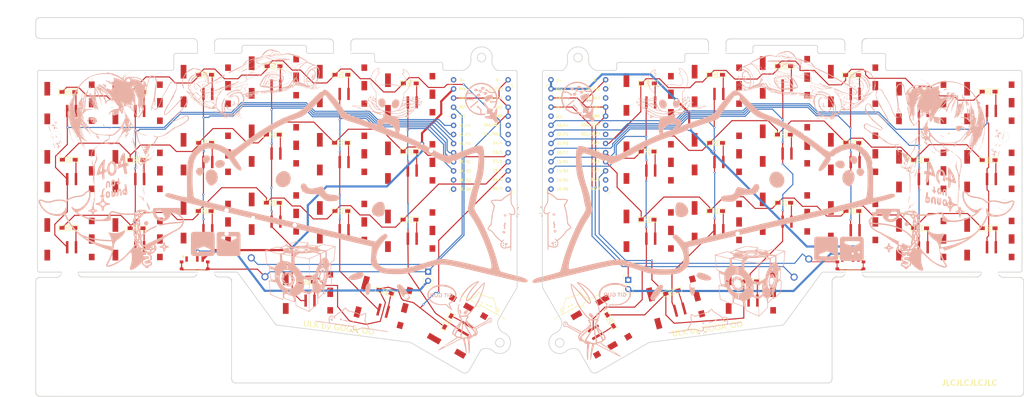
<source format=kicad_pcb>
(kicad_pcb (version 20241229) (generator "pcbnew") (generator_version "9.0")
  (title_block (title "ULK") (date "2025-09-11") (rev "1.0.0") (company "GOGA_OO"))
  (layers (0 "F.Cu" signal) (2 "B.Cu" signal) (13 "F.Paste" user) (15 "B.Paste" user) (5 "F.SilkS" user "F.Silkscreen") (7 "B.SilkS" user "B.Silkscreen") (1 "F.Mask" user) (3 "B.Mask" user) (25 "Edge.Cuts" user))
  (net 0 "")
  (net 1 "row0")
  (net 2 "Net-(D1-A)")
  (net 3 "row1")
  (net 4 "Net-(D2-A)")
  (net 5 "row2")
  (net 6 "Net-(D3-A)")
  (net 7 "row3")
  (net 8 "Net-(D4-A)")
  (net 9 "Net-(D5-A)")
  (net 10 "Net-(D6-A)")
  (net 11 "Net-(D7-A)")
  (net 12 "Net-(D8-A)")
  (net 13 "Net-(D9-A)")
  (net 14 "Net-(D10-A)")
  (net 15 "Net-(D11-A)")
  (net 16 "Net-(D12-A)")
  (net 17 "Net-(D13-A)")
  (net 18 "Net-(D14-A)")
  (net 19 "Net-(D15-A)")
  (net 20 "Net-(D16-A)")
  (net 21 "Net-(D17-A)")
  (net 22 "Net-(D18-A)")
  (net 23 "Net-(D19-A)")
  (net 24 "Net-(D20-A)")
  (net 25 "Net-(D21-A)")
  (net 26 "GND")
  (net 27 "VCC")
  (net 28 "col0")
  (net 29 "col1")
  (net 30 "col2")
  (net 31 "col3")
  (net 32 "col4")
  (net 33 "col5")
  (net 34 "Net-(D22-A)")
  (net 35 "Net-(D23-A)")
  (net 36 "reset")
  (net 37 "SCL")
  (net 38 "SDA")
  (net 39 "Net-(D24-A)")
  (net 40 "Net-(D25-A)")
  (net 41 "Net-(D26-A)")
  (net 42 "Net-(D27-A)")
  (net 43 "Net-(D28-A)")
  (net 44 "Net-(D29-A)")
  (net 45 "row0_r")
  (net 46 "Net-(D30-A)")
  (net 47 "Net-(D31-A)")
  (net 48 "Net-(D32-A)")
  (net 49 "Net-(D33-A)")
  (net 50 "Net-(D34-A)")
  (net 51 "row1_r")
  (net 52 "Net-(D35-A)")
  (net 53 "Net-(D36-A)")
  (net 54 "Net-(D37-A)")
  (net 55 "Net-(D38-A)")
  (net 56 "Net-(D39-A)")
  (net 57 "Net-(D40-A)")
  (net 58 "row2_r")
  (net 59 "Net-(D41-A)")
  (net 60 "Net-(D42-A)")
  (net 64 "row3_r")
  (net 67 "SDA_r")
  (net 68 "SCL_r")
  (net 70 "reset_r")
  (net 71 "col0_r")
  (net 72 "col1_r")
  (net 73 "col2_r")
  (net 74 "col3_r")
  (net 75 "col4_r")
  (net 76 "col5_r")
  (net 77 "VDD")
  (net 78 "GNDA")
  (net 85 "+1V5")
  (net 86 "Net-(U3-+)")
  (net 88 "Net-(U5-+)")
  (net 89 "1V5")
  (footprint "kbd:ResetSW_1side" (layer "F.Cu") (at 72.7075 81.68 126)
    (property "Reference" "RSW1" (hide yes))
    (property "Value" "SW_PUSH" (hide yes))
  )
  (footprint "kbd:D3_SMD_v2" (layer "F.Cu") (at 19.8075 32.78)
    (property "Reference" "D1" (hide yes))
    (property "Value" "D" (hide yes))
  )
  (footprint "kbd:D3_SMD_v2" (layer "F.Cu") (at 39.0075 32.78)
    (property "Reference" "D2" (hide yes))
    (property "Value" "D" (hide yes))
  )
  (footprint "kbd:D3_SMD_v2" (layer "F.Cu") (at 57.9075 27.98)
    (property "Reference" "D3" (hide yes))
    (property "Value" "D" (hide yes))
  )
  (footprint "kbd:D3_SMD_v2" (layer "F.Cu") (at 77.0075 25.58)
    (property "Reference" "D4" (hide yes))
    (property "Value" "D" (hide yes))
  )
  (footprint "kbd:D3_SMD_v2" (layer "F.Cu") (at 95.9275 27.98)
    (property "Reference" "D5" (hide yes))
    (property "Value" "D" (hide yes))
  )
  (footprint "kbd:D3_SMD_v2" (layer "F.Cu") (at 115.0075 30.38)
    (property "Reference" "D6" (hide yes))
    (property "Value" "D" (hide yes))
  )
  (footprint "kbd:D3_SMD_v2" (layer "F.Cu") (at 19.9075 51.68)
    (property "Reference" "D7" (hide yes))
    (property "Value" "D" (hide yes))
  )
  (footprint "kbd:D3_SMD_v2" (layer "F.Cu") (at 38.8075 51.78)
    (property "Reference" "D8" (hide yes))
    (property "Value" "D" (hide yes))
  )
  (footprint "kbd:D3_SMD_v2" (layer "F.Cu") (at 57.9075 46.98)
    (property "Reference" "D9" (hide yes))
    (property "Value" "D" (hide yes))
  )
  (footprint "kbd:D3_SMD_v2" (layer "F.Cu") (at 76.8075 44.68)
    (property "Reference" "D10" (hide yes))
    (property "Value" "D" (hide yes))
  )
  (footprint "kbd:D3_SMD_v2" (layer "F.Cu") (at 95.8075 46.98)
    (property "Reference" "D11" (hide yes))
    (property "Value" "D" (hide yes))
  )
  (footprint "kbd:D3_SMD_v2" (layer "F.Cu") (at 114.9075 49.38)
    (property "Reference" "D12" (hide yes))
    (property "Value" "D" (hide yes))
  )
  (footprint "kbd:D3_SMD_v2" (layer "F.Cu") (at 19.8075 70.68)
    (property "Reference" "D13" (hide yes))
    (property "Value" "D" (hide yes))
  )
  (footprint "kbd:D3_SMD_v2" (layer "F.Cu") (at 38.8075 70.78)
    (property "Reference" "D14" (hide yes))
    (property "Value" "D" (hide yes))
  )
  (footprint "kbd:D3_SMD_v2" (layer "F.Cu") (at 57.8075 65.98)
    (property "Reference" "D15" (hide yes))
    (property "Value" "D" (hide yes))
  )
  (footprint "kbd:D3_SMD_v2" (layer "F.Cu") (at 76.8075 63.68)
    (property "Reference" "D16" (hide yes))
    (property "Value" "D" (hide yes))
  )
  (footprint "kbd:D3_SMD_v2" (layer "F.Cu") (at 95.9075 65.98)
    (property "Reference" "D17" (hide yes))
    (property "Value" "D" (hide yes))
  )
  (footprint "kbd:D3_SMD_v2" (layer "F.Cu") (at 114.9075 68.38)
    (property "Reference" "D18" (hide yes))
    (property "Value" "D" (hide yes))
  )
  (footprint "kbd:D3_SMD_v2" (layer "F.Cu") (at 86.3075 85.68)
    (property "Reference" "D19" (hide yes))
    (property "Value" "D" (hide yes))
  )
  (footprint "kbd:D3_SMD_v2" (layer "F.Cu") (at 108.1075 88.48 -15)
    (property "Reference" "D20" (hide yes))
    (property "Value" "D" (hide yes))
  )
  (footprint "kbd:D3_SMD_v2" (layer "F.Cu") (at 125.6075 96.78 60)
    (property "Reference" "D21" (hide yes))
    (property "Value" "D" (hide yes))
  )
  (footprint "ULK_sw:Cherry_ULP_SMD" (layer "F.Cu") (at 39.1075 35.78)
    (property "Reference" "SW2" (hide yes))
    (property "Value" "SW_PUSH")
  )
  (footprint "ULK_sw:Cherry_ULP_SMD" (layer "F.Cu") (at 58.1075 31.03)
    (property "Reference" "SW3" (hide yes))
    (property "Value" "SW_PUSH")
  )
  (footprint "ULK_sw:Cherry_ULP_SMD" (layer "F.Cu") (at 77.1075 28.655)
    (property "Reference" "SW4" (hide yes))
    (property "Value" "SW_PUSH")
  )
  (footprint "ULK_sw:Cherry_ULP_SMD" (layer "F.Cu") (at 96.1075 31.03)
    (property "Reference" "SW5" (hide yes))
    (property "Value" "SW_PUSH")
  )
  (footprint "ULK_sw:Cherry_ULP_SMD" (layer "F.Cu") (at 20.1075 54.78)
    (property "Reference" "SW7" (hide yes))
    (property "Value" "SW_PUSH")
  )
  (footprint "ULK_sw:Cherry_ULP_SMD" (layer "F.Cu") (at 39.1075 54.78)
    (property "Reference" "SW8" (hide yes))
    (property "Value" "SW_PUSH")
  )
  (footprint "ULK_sw:Cherry_ULP_SMD" (layer "F.Cu") (at 58.1075 50.03)
    (property "Reference" "SW9" (hide yes))
    (property "Value" "SW_PUSH")
  )
  (footprint "ULK_sw:Cherry_ULP_SMD" (layer "F.Cu") (at 77.1075 47.655)
    (property "Reference" "SW10" (hide yes))
    (property "Value" "SW_PUSH")
  )
  (footprint "ULK_sw:Cherry_ULP_SMD" (layer "F.Cu") (at 96.1075 50.03)
    (property "Reference" "SW11" (hide yes))
    (property "Value" "SW_PUSH")
  )
  (footprint "ULK_sw:Cherry_ULP_SMD" (layer "F.Cu") (at 115.1075 52.405)
    (property "Reference" "SW12" (hide yes))
    (property "Value" "SW_PUSH")
  )
  (footprint "ULK_sw:Cherry_ULP_SMD" (layer "F.Cu") (at 20.1075 73.78)
    (property "Reference" "SW13" (hide yes))
    (property "Value" "SW_PUSH")
  )
  (footprint "ULK_sw:Cherry_ULP_SMD" (layer "F.Cu") (at 39.1075 73.78)
    (property "Reference" "SW14" (hide yes))
    (property "Value" "SW_PUSH")
  )
  (footprint "ULK_sw:Cherry_ULP_SMD" (layer "F.Cu") (at 58.1075 69.03)
    (property "Reference" "SW15" (hide yes))
    (property "Value" "SW_PUSH")
  )
  (footprint "ULK_sw:Cherry_ULP_SMD" (layer "F.Cu") (at 77.1075 66.655)
    (property "Reference" "SW16" (hide yes))
    (property "Value" "SW_PUSH")
  )
  (footprint "ULK_sw:Cherry_ULP_SMD" (layer "F.Cu") (at 96.1075 69.03)
    (property "Reference" "SW17" (hide yes))
    (property "Value" "SW_PUSH")
  )
  (footprint "ULK_sw:Cherry_ULP_SMD" (layer "F.Cu") (at 115.1075 71.405)
    (property "Reference" "SW18" (hide yes))
    (property "Value" "SW_PUSH")
  )
  (footprint "ULK_sw:Cherry_ULP_SMD" (layer "F.Cu") (at 86.6075 88.655)
    (property "Reference" "SW19" (hide yes))
    (property "Value" "SW_PUSH")
  )
  (footprint "ULK_sw:Cherry_ULP_SMD" (layer "F.Cu") (at 107.6075 91.405 -15)
    (property "Reference" "SW20" (hide yes))
    (property "Value" "SW_PUSH")
  )
  (footprint "ULK_sw:Cherry_ULP_SMD" (layer "F.Cu") (at 128.2575 98.155 60)
    (property "Reference" "SW21" (hide yes))
    (property "Value" "SW_PUSH")
  )
  (footprint "ULK_sw:Cherry_ULP_SMD" (layer "F.Cu") (at 168.4645 98.15 -60)
    (property "Reference" "SW42" (hide yes))
    (property "Value" "SW_PUSH")
  )
  (footprint "kbd:ResetSW_1side" (layer "F.Cu") (at 224.2075 81.88 -129)
    (property "Reference" "RSW2" (hide yes))
    (property "Value" "SW_PUSH" (hide yes))
  )
  (footprint "kbd:D3_SMD_v2" (layer "F.Cu") (at 257.4075 32.78)
    (property "Reference" "D23" (hide yes))
    (property "Value" "D" (hide yes))
  )
  (footprint "kbd:D3_SMD_v2" (layer "F.Cu") (at 238.3075 28.08)
    (property "Reference" "D24" (hide yes))
    (property "Value" "D" (hide yes))
  )
  (footprint "kbd:D3_SMD_v2" (layer "F.Cu") (at 219.4075 25.58)
    (property "Reference" "D25" (hide yes))
    (property "Value" "D" (hide yes))
  )
  (footprint "kbd:D3_SMD_v2" (layer "F.Cu") (at 181.4075 30.38)
    (property "Reference" "D27" (hide yes))
    (property "Value" "D" (hide yes))
  )
  (footprint "kbd:D3_SMD_v2" (layer "F.Cu") (at 276.4075 51.78)
    (property "Reference" "D28" (hide yes))
    (property "Value" "D" (hide yes))
  )
  (footprint "kbd:D3_SMD_v2" (layer "F.Cu") (at 257.3075 51.78)
    (property "Reference" "D29" (hide yes))
    (property "Value" "D" (hide yes))
  )
  (footprint "kbd:D3_SMD_v2" (layer "F.Cu") (at 238.4075 46.98)
    (property "Reference" "D30" (hide yes))
    (property "Value" "D" (hide yes))
  )
  (footprint "kbd:D3_SMD_v2" (layer "F.Cu") (at 219.3075 44.68)
    (property "Reference" "D31" (hide yes))
    (property "Value" "D" (hide yes))
  )
  (footprint "kbd:D3_SMD_v2" (layer "F.Cu") (at 200.4075 46.98)
    (property "Reference" "D32" (hide yes))
    (property "Value" "D" (hide yes))
  )
  (footprint "kbd:D3_SMD_v2" (layer "F.Cu") (at 181.3075 49.38)
    (property "Reference" "D33" (hide yes))
    (property "Value" "D" (hide yes))
  )
  (footprint "kbd:D3_SMD_v2" (layer "F.Cu") (at 276.4075 70.78)
    (property "Reference" "D34" (hide yes))
    (property "Value" "D" (hide yes))
  )
  (footprint "kbd:D3_SMD_v2" (layer "F.Cu") (at 257.3075 70.78)
    (property "Reference" "D35" (hide yes))
    (property "Value" "D" (hide yes))
  )
  (footprint "kbd:D3_SMD_v2" (layer "F.Cu") (at 238.4075 65.98)
    (property "Reference" "D36" (hide yes))
    (property "Value" "D" (hide yes))
  )
  (footprint "kbd:D3_SMD_v2" (layer "F.Cu") (at 219.4075 63.68)
    (property "Reference" "D37" (hide yes))
    (property "Value" "D" (hide yes))
  )
  (footprint "kbd:D3_SMD_v2" (layer "F.Cu") (at 200.4075 65.98)
    (property "Reference" "D38" (hide yes))
    (property "Value" "D" (hide yes))
  )
  (footprint "kbd:D3_SMD_v2" (layer "F.Cu") (at 181.3075 68.38)
    (property "Reference" "D39" (hide yes))
    (property "Value" "D" (hide yes))
  )
  (footprint "kbd:D3_SMD_v2" (layer "F.Cu") (at 209.9075 85.58)
    (property "Reference" "D40" (hide yes))
    (property "Value" "D" (hide yes))
  )
  (footprint "kbd:D3_SMD_v2" (layer "F.Cu") (at 188.1075 88.58 15)
    (property "Reference" "D41" (hide yes))
    (property "Value" "D" (hide yes))
  )
  (footprint "kbd:D3_SMD_v2" (layer "F.Cu") (at 170.9075 96.48 -60)
    (property "Reference" "D42" (hide yes))
    (property "Value" "D" (hide yes))
  )
  (footprint "kbd:D3_SMD_v2" (layer "F.Cu") (at 276.4075 32.68)
    (property "Reference" "D22" (hide yes))
    (property "Value" "D" (hide yes))
  )
  (footprint "ULK_sw:Cherry_ULP_SMD" (layer "F.Cu") (at 219.6145 66.65)
    (property "Reference" "SW37" (hide yes))
    (property "Value" "SW_PUSH")
  )
  (footprint "ULK_sw:Cherry_ULP_SMD" (layer "F.Cu") (at 200.6145 69.025)
    (property "Reference" "SW38" (hide yes))
    (property "Value" "SW_PUSH")
  )
  (footprint "ULK_sw:Cherry_ULP_SMD" (layer "F.Cu") (at 181.6145 71.4)
    (property "Reference" "SW39" (hide yes))
    (property "Value" "SW_PUSH")
  )
  (footprint "ULK_sw:Cherry_ULP_SMD" (layer "F.Cu") (at 210.1145 88.65)
    (property "Reference" "SW40" (hide yes))
    (property "Value" "SW_PUSH")
  )
  (footprint "ULK_sw:Cherry_ULP_SMD" (layer "F.Cu") (at 189.1145 91.4 15)
    (property "Reference" "SW41" (hide yes))
    (property "Value" "SW_PUSH")
  )
  (footprint "ULK_sw:Cherry_ULP_SMD" (layer "F.Cu") (at 219.6145 28.65)
    (property "Reference" "SW25" (hide yes))
    (property "Value" "SW_PUSH")
  )
  (footprint "ULK_sw:Cherry_ULP_SMD" (layer "F.Cu") (at 200.6145 31.025)
    (property "Reference" "SW26" (hide yes))
    (property "Value" "SW_PUSH")
  )
  (footprint "ULK_sw:Cherry_ULP_SMD" (layer "F.Cu") (at 276.6145 54.775)
    (property "Reference" "SW28" (hide yes))
    (property "Value" "SW_PUSH")
  )
  (footprint "ULK_sw:Cherry_ULP_SMD" (layer "F.Cu") (at 238.6145 31.025)
    (property "Reference" "SW24" (hide yes))
    (property "Value" "SW_PUSH")
  )
  (footprint "ULK_sw:Cherry_ULP_SMD" (layer "F.Cu") (at 257.6145 54.775)
    (property "Reference" "SW29" (hide yes))
    (property "Value" "SW_PUSH")
  )
  (footprint "ULK_sw:Cherry_ULP_SMD" (layer "F.Cu") (at 257.6145 73.775)
    (property "Reference" "SW35" (hide yes))
    (property "Value" "SW_PUSH")
  )
  (footprint "ULK_sw:Cherry_ULP_SMD" (layer "F.Cu") (at 238.6145 69.025)
    (property "Reference" "SW36" (hide yes))
    (property "Value" "SW_PUSH")
  )
  (footprint "ULK_sw:Cherry_ULP_SMD" (layer "F.Cu") (at 276.6145 35.775)
    (property "Reference" "SW22" (hide yes))
    (property "Value" "SW_PUSH")
  )
  (footprint "ULK_sw:Cherry_ULP_SMD" (layer "F.Cu") (at 257.6145 35.775)
    (property "Reference" "SW23" (hide yes))
    (property "Value" "SW_PUSH")
  )
  (footprint "ULK_sw:Cherry_ULP_SMD" (layer "F.Cu") (at 238.6145 50.025)
    (property "Reference" "SW30" (hide yes))
    (property "Value" "SW_PUSH")
  )
  (footprint "ULK_sw:Cherry_ULP_SMD" (layer "F.Cu") (at 219.6145 47.65)
    (property "Reference" "SW31" (hide yes))
    (property "Value" "SW_PUSH")
  )
  (footprint "ULK_sw:Cherry_ULP_SMD" (layer "F.Cu") (at 200.6145 50.025)
    (property "Reference" "SW32" (hide yes))
    (property "Value" "SW_PUSH")
  )
  (footprint "ULK_sw:Cherry_ULP_SMD" (layer "F.Cu") (at 181.6145 52.4)
    (property "Reference" "SW33" (hide yes))
    (property "Value" "SW_PUSH")
  )
  (footprint "ULK_sw:Cherry_ULP_SMD" (layer "F.Cu") (at 276.6145 73.775)
    (property "Reference" "SW34" (hide yes))
    (property "Value" "SW_PUSH")
  )
  (footprint "kbd:D3_SMD_v2" (layer "F.Cu") (at 200.4075 27.98)
    (property "Reference" "D26" (hide yes))
    (property "Value" "D" (hide yes))
  )
  (footprint "ULK_sw:Cherry_ULP_SMD" (layer "F.Cu") (at 20.1075 35.78)
    (property "Reference" "SW1" (hide yes))
    (property "Value" "SW_PUSH")
  )
  (footprint "ULK_sw:Cherry_ULP_SMD" (layer "F.Cu") (at 115.1075 33.405)
    (property "Reference" "SW6" (hide yes))
    (property "Value" "SW_PUSH")
  )
  (footprint "ULK_sw:Cherry_ULP_SMD" (layer "F.Cu") (at 181.6075 33.405)
    (property "Reference" "SW27" (hide yes))
    (property "Value" "SW_PUSH")
  )
  (footprint "kbd:ProMicro_v3" (layer "F.Cu") (at 134.8125 46.42)
    (property "Reference" "U1" (hide yes))
    (property "Value" "ProMicro" (hide yes))
  )
  (footprint "kbd:ProMicro_v3" (layer "F.Cu") (at 161.9875 46.39)
    (property "Reference" "U2" (hide yes))
    (property "Value" "ProMicro" (hide yes))
  )
  (footprint "Panelization.pretty-master:mouse-bite-2mm-slot" (layer "F.Cu") (at 19.9075 83.38)
    (property "Reference" "mouse-bite-2mm-slot" (hide yes))
    (property "Value" "VAL**" (hide yes))
  )
  (footprint "Panelization.pretty-master:mouse-bite-2mm-slot" (layer "F.Cu") (at 276.3075 83.38)
    (property "Reference" "mouse-bite-2mm-slot" (hide yes))
    (property "Value" "VAL**" (hide yes))
  )
  (footprint "Panelization.pretty-master:mouse-bite-2mm-slot" (layer "F.Cu") (at 57.8075 83.38)
    (property "Reference" "mouse-bite-2mm-slot" (hide yes))
    (property "Value" "VAL**" (hide yes))
  )
  (footprint "Bongo:15mm bongo1_1" (layer "F.Cu") (at 135.9075 91.33 -42)
    (property "Reference" "G***" (hide yes))
    (property "Value" "LOGO" (hide yes))
  )
  (footprint "PCM12SMTR:SW_PCM12SMTR" (layer "F.Cu") (at 55.0075 81.13)
    (property "Reference" "SW43" (hide yes))
    (property "Value" "PCM12SMTR" (hide yes))
  )
  (footprint "Panelization.pretty-master:mouse-bite-2mm-slot" (layer "F.Cu") (at 238.4575 83.38)
    (property "Reference" "mouse-bite-2mm-slot" (hide yes))
    (property "Value" "VAL**" (hide yes))
  )
  (footprint "PCM12SMTR:SW_PCM12SMTR" (layer "F.Cu") (at 237.8575 81.13)
    (property "Reference" "SW44" (hide yes))
    (property "Value" "PCM12SMTR" (hide yes))
  )
  (footprint "Panelization.pretty-master:mouse-bite-2mm-slot" (layer "F.Cu") (at 200.4575 21.68)
    (property "Reference" "mouse-bite-2mm-slot" (hide yes))
    (property "Value" "VAL**" (hide yes))
  )
  (footprint "Panelization.pretty-master:mouse-bite-2mm-slot" (layer "F.Cu") (at 238.4575 21.68)
    (property "Reference" "mouse-bite-2mm-slot" (hide yes))
    (property "Value" "VAL**" (hide yes))
  )
  (footprint "Connector_PinHeader_2.54mm:PinHeader_1x02_P2.54mm_Vertical" (layer "F.Cu") (at 120.1075 82.905)
    (property "Reference" "U3" (hide yes))
    (property "Value" "~")
  )
  (footprint "Panelization.pretty-master:mouse-bite-2mm-slot" (layer "F.Cu") (at 95.7075 21.68)
    (property "Reference" "mouse-bite-2mm-slot" (hide yes))
    (property "Value" "VAL**" (hide yes))
  )
  (footprint "Connector_PinHeader_2.54mm:PinHeader_1x02_P2.54mm_Vertical" (layer "F.Cu") (at 175.9075 85.205)
    (property "Reference" "U5" (hide yes))
    (property "Value" "~")
  )
  (footprint "Bongo:15mm bongo1" (layer "F.Cu") (at 160.990338 91.332078 42)
    (property "Reference" "G***" (hide yes))
    (property "Value" "LOGO" (hide yes))
  )
  (footprint "Panelization.pretty-master:mouse-bite-2mm-slot" (layer "F.Cu") (at 57.8075 21.68)
    (property "Reference" "mouse-bite-2mm-slot" (hide yes))
    (property "Value" "VAL**" (hide yes))
  )
  (footprint "Bongo:404" (layer "B.Cu") (at 261.0575 48.08 180)
    (property "Reference" "G***" (hide yes))
    (property "Value" "LOGO" (hide yes))
  )
  (footprint "Bongo:404_1" (layer "B.Cu") (at 33.37072 45.828345 180)
    (property "Reference" "G***" (hide yes))
    (property "Value" "LOGO" (hide yes))
  )
  (footprint "Bongo:b17_1" (layer "B.Cu") (at 140.9075 68.93 -77)
    (property "Reference" "G***" (hide yes))
    (property "Value" "LOGO" (hide yes))
  )
  (footprint "Bongo:100b" (layer "B.Cu") (at 199.79202 59.565229 180)
    (property "Reference" "G***" (hide yes))
    (property "Value" "LOGO" (hide yes))
  )
  (footprint "Bongo:cube31" (layer "B.Cu") (at 84.1075 84.18 180)
    (property "Reference" "G***" (hide yes))
    (property "Value" "LOGO" (hide yes))
  )
  (footprint "Bongo:cube31" (layer "B.Cu") (at 209.5075 85.48 180)
    (property "Reference" "G***" (hide yes))
    (property "Value" "LOGO" (hide yes))
  )
  (footprint "logo:logog" (layer "B.Cu") (at 161.508776 35.617743 180)
    (property "Reference" "G***" (hide yes))
    (property "Value" "LOGO" (hide yes))
  )
  (footprint "logo:logog" (layer "B.Cu") (at 134.708776 35.917743 180)
    (property "Reference" "G***" (hide yes))
    (property "Value" "LOGO" (hide yes))
  )
  (footprint "Bongo:20mm bongo1_1" (layer "B.Cu") (at 98.642727 96.227054 -175)
    (property "Reference" "G***" (hide yes))
    (property "Value" "LOGO" (hide yes))
  )
  (footprint "Bongo:b17" (layer "B.Cu") (at 155.8075 68.68 77)
    (property "Reference" "G***" (hide yes))
    (property "Value" "LOGO" (hide yes))
  )
  (footprint "Bongo:w41" (layer "B.Cu") (at 31.9575 71.58 180)
    (property "Reference" "G***" (hide yes))
    (property "Value" "LOGO" (hide yes))
  )
  (footprint "Bongo:20mm bongo1" (layer "B.Cu") (at 197.4575 96.58 175)
    (property "Reference" "G***" (hide yes))
    (property "Value" "LOGO" (hide yes))
  )
  (footprint "Bongo:tm54_1" (layer "B.Cu") (at 70.5075 31.33 180)
    (property "Reference" "G***" (hide yes))
    (property "Value" "LOGO" (hide yes))
  )
  (footprint "Bongo:block18" (layer "B.Cu") (at 234.6575 76.53 180)
    (property "Reference" "G***" (hide yes))
    (property "Value" "LOGO" (hide yes))
  )
  (footprint "Bongo:tm54" (layer "B.Cu") (at 223.477217 31.788168 180)
    (property "Reference" "G***" (hide yes))
    (property "Value" "LOGO" (hide yes))
  )
  (footprint "Bongo:h33" (layer "B.Cu") (at 108.9575 35.13 180)
    (property "Reference" "G***" (hide yes))
    (property "Value" "LOGO" (hide yes))
  )
  (footprint "Bongo:23g" (layer "B.Cu") (at 129.742747 95.055296 180)
    (property "Reference" "G***" (hide yes))
    (property "Value" "LOGO" (hide yes))
  )
  (footprint "Bongo:g23m" (layer "B.Cu") (at 167.0575 96.73 180)
    (property "Reference" "G***" (hide yes))
    (property "Value" "LOGO" (hide yes))
  )
  (footprint "Bongo:100b_1" (layer "B.Cu") (at 97.272981 59.415229 180)
    (property "Reference" "G***" (hide yes))
    (property "Value" "LOGO" (hide yes))
  )
  (footprint "Bongo:h33_1" (layer "B.Cu") (at 188.164552 35.208223 180)
    (property "Reference" "G***" (hide yes))
    (property "Value" "LOGO" (hide yes))
  )
  (footprint "Bongo:block18" (layer "B.Cu") (at 60.8575 75.18 180)
    (property "Reference" "G***" (hide yes))
    (property "Value" "LOGO" (hide yes))
  )
  (footprint "Bongo:w41_1" (layer "B.Cu") (at 263.8075 71.83 180)
    (property "Reference" "G***" (hide yes))
    (property "Value" "LOGO" (hide yes))
  )
  (gr_line (start 16.5885 84.485) (end 16.5878 84.485) (stroke (width 0.2)) (layer "Edge.Cuts"))
  (gr_line (start 16.5878 84.485) (end 16.5856 84.485) (stroke (width 0.2)) (layer "Edge.Cuts"))
  (gr_line (start 16.5856 84.485) (end 16.5835 84.485) (stroke (width 0.2)) (layer "Edge.Cuts"))
  (gr_line (start 16.5835 84.485) (end 16.5775 84.485) (stroke (width 0.2)) (layer "Edge.Cuts"))
  (gr_line (start 16.5775 84.485) (end 16.5774 84.485) (stroke (width 0.2)) (layer "Edge.Cuts"))
  (gr_line (start 16.5774 84.485) (end 11.8252 84.485) (stroke (width 0.2)) (layer "Edge.Cuts"))
  (gr_line (start 11.8252 84.485) (end 11.8194 84.485) (stroke (width 0.2)) (layer "Edge.Cuts"))
  (gr_line (start 11.8194 84.485) (end 11.5963 84.508) (stroke (width 0.2)) (layer "Edge.Cuts"))
  (gr_line (start 11.5963 84.508) (end 11.3843 84.574) (stroke (width 0.2)) (layer "Edge.Cuts"))
  (gr_line (start 11.3843 84.574) (end 11.1891 84.68) (stroke (width 0.2)) (layer "Edge.Cuts"))
  (gr_line (start 11.1891 84.68) (end 11.018 84.821) (stroke (width 0.2)) (layer "Edge.Cuts"))
  (gr_line (start 11.018 84.821) (end 10.8778 84.993) (stroke (width 0.2)) (layer "Edge.Cuts"))
  (gr_line (start 10.8778 84.993) (end 10.7736 85.189) (stroke (width 0.2)) (layer "Edge.Cuts"))
  (gr_line (start 10.7736 85.189) (end 10.7094 85.402) (stroke (width 0.2)) (layer "Edge.Cuts"))
  (gr_line (start 10.7094 85.402) (end 10.6875 85.625) (stroke (width 0.2)) (layer "Edge.Cuts"))
  (gr_line (start 10.6875 116.497) (end 10.6875 116.503) (stroke (width 0.2)) (layer "Edge.Cuts"))
  (gr_line (start 10.6875 116.503) (end 10.711 116.726) (stroke (width 0.2)) (layer "Edge.Cuts"))
  (gr_line (start 10.711 116.726) (end 10.7766 116.938) (stroke (width 0.2)) (layer "Edge.Cuts"))
  (gr_line (start 10.7766 116.938) (end 10.8822 117.133) (stroke (width 0.2)) (layer "Edge.Cuts"))
  (gr_line (start 10.8822 117.133) (end 11.0236 117.304) (stroke (width 0.2)) (layer "Edge.Cuts"))
  (gr_line (start 11.0236 117.304) (end 11.1957 117.445) (stroke (width 0.2)) (layer "Edge.Cuts"))
  (gr_line (start 11.1957 117.445) (end 11.3916 117.549) (stroke (width 0.2)) (layer "Edge.Cuts"))
  (gr_line (start 11.3916 117.549) (end 11.6041 117.613) (stroke (width 0.2)) (layer "Edge.Cuts"))
  (gr_line (start 11.6041 117.613) (end 11.8274 117.635) (stroke (width 0.2)) (layer "Edge.Cuts"))
  (gr_line (start 11.8274 117.635) (end 285.0575 117.626) (stroke (width 0.2)) (layer "Edge.Cuts"))
  (gr_line (start 285.0555 12.0385) (end 11.8252 12.0475) (stroke (width 0.2)) (layer "Edge.Cuts"))
  (gr_line (start 11.8252 12.0475) (end 11.8194 12.0475) (stroke (width 0.2)) (layer "Edge.Cuts"))
  (gr_line (start 11.8194 12.0475) (end 11.5963 12.071) (stroke (width 0.2)) (layer "Edge.Cuts"))
  (gr_line (start 11.5963 12.071) (end 11.3843 12.1366) (stroke (width 0.2)) (layer "Edge.Cuts"))
  (gr_line (start 11.3843 12.1366) (end 11.1891 12.2422) (stroke (width 0.2)) (layer "Edge.Cuts"))
  (gr_line (start 11.1891 12.2422) (end 11.018 12.3837) (stroke (width 0.2)) (layer "Edge.Cuts"))
  (gr_line (start 11.018 12.3837) (end 10.8778 12.5557) (stroke (width 0.2)) (layer "Edge.Cuts"))
  (gr_line (start 10.8778 12.5557) (end 10.7736 12.7516) (stroke (width 0.2)) (layer "Edge.Cuts"))
  (gr_line (start 10.7736 12.7516) (end 10.7094 12.9641) (stroke (width 0.2)) (layer "Edge.Cuts"))
  (gr_line (start 10.7094 12.9641) (end 10.6875 13.1875) (stroke (width 0.2)) (layer "Edge.Cuts"))
  (gr_line (start 10.6875 13.1875) (end 10.6875 16.7473) (stroke (width 0.2)) (layer "Edge.Cuts"))
  (gr_line (start 10.6875 16.7473) (end 10.6875 16.7531) (stroke (width 0.2)) (layer "Edge.Cuts"))
  (gr_line (start 10.6875 16.7531) (end 10.711 16.9762) (stroke (width 0.2)) (layer "Edge.Cuts"))
  (gr_line (start 10.711 16.9762) (end 10.7766 17.1882) (stroke (width 0.2)) (layer "Edge.Cuts"))
  (gr_line (start 10.7766 17.1882) (end 10.8822 17.3835) (stroke (width 0.2)) (layer "Edge.Cuts"))
  (gr_line (start 10.8822 17.3835) (end 11.0236 17.5545) (stroke (width 0.2)) (layer "Edge.Cuts"))
  (gr_line (start 11.0236 17.5545) (end 11.1957 17.6948) (stroke (width 0.2)) (layer "Edge.Cuts"))
  (gr_line (start 11.1957 17.6948) (end 11.3916 17.799) (stroke (width 0.2)) (layer "Edge.Cuts"))
  (gr_line (start 11.3916 17.799) (end 11.6041 17.8631) (stroke (width 0.2)) (layer "Edge.Cuts"))
  (gr_line (start 11.6041 17.8631) (end 11.8274 17.885) (stroke (width 0.2)) (layer "Edge.Cuts"))
  (gr_line (start 11.8274 17.885) (end 54.5774 17.885) (stroke (width 0.2)) (layer "Edge.Cuts"))
  (gr_line (start 55.7724 19.08) (end 55.8175 22.020252) (stroke (width 0.2)) (layer "Edge.Cuts"))
  (gr_line (start 60.5575 83.021073) (end 60.5625 83.247) (stroke (width 0.2)) (layer "Edge.Cuts"))
  (gr_line (start 60.5625 83.247) (end 60.5625 83.253) (stroke (width 0.2)) (layer "Edge.Cuts"))
  (gr_line (start 60.5625 83.253) (end 60.586 83.476) (stroke (width 0.2)) (layer "Edge.Cuts"))
  (gr_line (start 60.586 83.476) (end 60.6516 83.688) (stroke (width 0.2)) (layer "Edge.Cuts"))
  (gr_line (start 60.6516 83.688) (end 60.7572 83.883) (stroke (width 0.2)) (layer "Edge.Cuts"))
  (gr_line (start 60.7572 83.883) (end 60.8986 84.054) (stroke (width 0.2)) (layer "Edge.Cuts"))
  (gr_line (start 60.8986 84.054) (end 61.0707 84.195) (stroke (width 0.2)) (layer "Edge.Cuts"))
  (gr_line (start 61.0707 84.195) (end 61.2666 84.299) (stroke (width 0.2)) (layer "Edge.Cuts"))
  (gr_line (start 61.2666 84.299) (end 61.4791 84.363) (stroke (width 0.2)) (layer "Edge.Cuts"))
  (gr_line (start 61.4791 84.363) (end 61.7024 84.385) (stroke (width 0.2)) (layer "Edge.Cuts"))
  (gr_line (start 61.7024 84.385) (end 64.0774 84.385) (stroke (width 0.2)) (layer "Edge.Cuts"))
  (gr_line (start 64.0774 84.385) (end 64.0799 84.385) (stroke (width 0.2)) (layer "Edge.Cuts"))
  (gr_line (start 64.0799 84.385) (end 64.0799 84.385) (stroke (width 0.2)) (layer "Edge.Cuts"))
  (gr_line (start 64.0799 84.385) (end 64.3105 84.408) (stroke (width 0.2)) (layer "Edge.Cuts"))
  (gr_line (start 64.3105 84.408) (end 64.3105 84.408) (stroke (width 0.2)) (layer "Edge.Cuts"))
  (gr_line (start 64.3105 84.408) (end 64.3105 84.408) (stroke (width 0.2)) (layer "Edge.Cuts"))
  (gr_line (start 64.3105 84.408) (end 64.3112 84.408) (stroke (width 0.2)) (layer "Edge.Cuts"))
  (gr_line (start 64.3112 84.408) (end 64.3156 84.409) (stroke (width 0.2)) (layer "Edge.Cuts"))
  (gr_line (start 64.3156 84.409) (end 64.3201 84.41) (stroke (width 0.2)) (layer "Edge.Cuts"))
  (gr_line (start 64.3201 84.41) (end 64.542 84.477) (stroke (width 0.2)) (layer "Edge.Cuts"))
  (gr_line (start 64.542 84.477) (end 64.542599 84.477) (stroke (width 0.2)) (layer "Edge.Cuts"))
  (gr_line (start 64.542599 84.477) (end 64.5468 84.479) (stroke (width 0.2)) (layer "Edge.Cuts"))
  (gr_line (start 64.5468 84.479) (end 64.551 84.48) (stroke (width 0.2)) (layer "Edge.Cuts"))
  (gr_line (start 64.551 84.48) (end 64.7556 84.589) (stroke (width 0.2)) (layer "Edge.Cuts"))
  (gr_line (start 64.7556 84.589) (end 64.7556 84.589) (stroke (width 0.2)) (layer "Edge.Cuts"))
  (gr_line (start 64.7556 84.589) (end 64.7556 84.589) (stroke (width 0.2)) (layer "Edge.Cuts"))
  (gr_line (start 64.7556 84.589) (end 64.756199 84.59) (stroke (width 0.2)) (layer "Edge.Cuts"))
  (gr_line (start 64.756199 84.59) (end 64.759999 84.592) (stroke (width 0.2)) (layer "Edge.Cuts"))
  (gr_line (start 64.759999 84.592) (end 64.7638 84.595) (stroke (width 0.2)) (layer "Edge.Cuts"))
  (gr_line (start 64.7638 84.595) (end 64.9434 84.741) (stroke (width 0.2)) (layer "Edge.Cuts"))
  (gr_line (start 64.9434 84.741) (end 64.9439 84.742) (stroke (width 0.2)) (layer "Edge.Cuts"))
  (gr_line (start 64.9439 84.742) (end 64.947 84.745) (stroke (width 0.2)) (layer "Edge.Cuts"))
  (gr_line (start 64.947 84.745) (end 64.9503 84.748) (stroke (width 0.2)) (layer "Edge.Cuts"))
  (gr_line (start 64.9503 84.748) (end 65.098 84.927) (stroke (width 0.2)) (layer "Edge.Cuts"))
  (gr_line (start 65.098 84.927) (end 65.0984 84.927) (stroke (width 0.2)) (layer "Edge.Cuts"))
  (gr_line (start 65.0984 84.927) (end 65.1009 84.931) (stroke (width 0.2)) (layer "Edge.Cuts"))
  (gr_line (start 65.1009 84.931) (end 65.1035 84.935) (stroke (width 0.2)) (layer "Edge.Cuts"))
  (gr_line (start 65.1035 84.935) (end 65.2137 85.139) (stroke (width 0.2)) (layer "Edge.Cuts"))
  (gr_line (start 65.2137 85.139) (end 65.2137 85.139) (stroke (width 0.2)) (layer "Edge.Cuts"))
  (gr_line (start 65.2137 85.139) (end 65.2137 85.139) (stroke (width 0.2)) (layer "Edge.Cuts"))
  (gr_line (start 65.2137 85.139) (end 65.214 85.139) (stroke (width 0.2)) (layer "Edge.Cuts"))
  (gr_line (start 65.214 85.139) (end 65.2157 85.143) (stroke (width 0.2)) (layer "Edge.Cuts"))
  (gr_line (start 65.2157 85.143) (end 65.2175 85.148) (stroke (width 0.2)) (layer "Edge.Cuts"))
  (gr_line (start 65.2175 85.148) (end 65.286 85.369) (stroke (width 0.2)) (layer "Edge.Cuts"))
  (gr_line (start 65.286 85.369) (end 65.2862 85.37) (stroke (width 0.2)) (layer "Edge.Cuts"))
  (gr_line (start 65.2862 85.37) (end 65.2871 85.374) (stroke (width 0.2)) (layer "Edge.Cuts"))
  (gr_line (start 65.2871 85.374) (end 65.288 85.379) (stroke (width 0.2)) (layer "Edge.Cuts"))
  (gr_line (start 65.288 85.379) (end 65.3122 85.609) (stroke (width 0.2)) (layer "Edge.Cuts"))
  (gr_line (start 65.3122 85.609) (end 65.3123 85.61) (stroke (width 0.2)) (layer "Edge.Cuts"))
  (gr_line (start 65.3123 85.61) (end 65.3122 85.612) (stroke (width 0.2)) (layer "Edge.Cuts"))
  (gr_line (start 65.3122 85.612) (end 65.3125 85.614) (stroke (width 0.2)) (layer "Edge.Cuts"))
  (gr_line (start 65.3125 85.614) (end 65.3125 85.62) (stroke (width 0.2)) (layer "Edge.Cuts"))
  (gr_line (start 65.3125 85.62) (end 65.3125 85.62) (stroke (width 0.2)) (layer "Edge.Cuts"))
  (gr_line (start 65.3125 85.62) (end 65.3125 112.797) (stroke (width 0.2)) (layer "Edge.Cuts"))
  (gr_line (start 65.3125 112.797) (end 65.3125 112.803) (stroke (width 0.2)) (layer "Edge.Cuts"))
  (gr_line (start 65.3125 112.803) (end 65.336 113.026) (stroke (width 0.2)) (layer "Edge.Cuts"))
  (gr_line (start 65.336 113.026) (end 65.4016 113.238) (stroke (width 0.2)) (layer "Edge.Cuts"))
  (gr_line (start 65.4016 113.238) (end 65.5072 113.433) (stroke (width 0.2)) (layer "Edge.Cuts"))
  (gr_line (start 65.5072 113.433) (end 65.6486 113.604) (stroke (width 0.2)) (layer "Edge.Cuts"))
  (gr_line (start 65.6486 113.604) (end 65.8207 113.745) (stroke (width 0.2)) (layer "Edge.Cuts"))
  (gr_line (start 65.8207 113.745) (end 66.0166 113.849) (stroke (width 0.2)) (layer "Edge.Cuts"))
  (gr_line (start 66.0166 113.849) (end 66.2291 113.913) (stroke (width 0.2)) (layer "Edge.Cuts"))
  (gr_line (start 66.2291 113.913) (end 66.4524 113.935) (stroke (width 0.2)) (layer "Edge.Cuts"))
  (gr_line (start 66.4545 113.934) (end 231.6195 113.926) (stroke (width 0.2)) (layer "Edge.Cuts"))
  (gr_line (start 99.7005 17.985) (end 99.6945 17.985) (stroke (width 0.2)) (layer "Edge.Cuts"))
  (gr_line (start 99.6945 17.985) (end 99.4715 18.0085) (stroke (width 0.2)) (layer "Edge.Cuts"))
  (gr_line (start 99.4715 18.0085) (end 99.2595 18.0741) (stroke (width 0.2)) (layer "Edge.Cuts"))
  (gr_line (start 99.2595 18.0741) (end 99.0645 18.1797) (stroke (width 0.2)) (layer "Edge.Cuts"))
  (gr_line (start 99.0645 18.1797) (end 98.8935 18.3212) (stroke (width 0.2)) (layer "Edge.Cuts"))
  (gr_line (start 98.8935 18.3212) (end 98.7525 18.4932) (stroke (width 0.2)) (layer "Edge.Cuts"))
  (gr_line (start 98.7525 18.4932) (end 98.6485 18.6891) (stroke (width 0.2)) (layer "Edge.Cuts"))
  (gr_line (start 98.6485 18.6891) (end 98.5845 18.9016) (stroke (width 0.2)) (layer "Edge.Cuts"))
  (gr_line (start 98.5845 18.9016) (end 98.5625 19.125) (stroke (width 0.2)) (layer "Edge.Cuts"))
  (gr_line (start 98.5625 19.125) (end 98.5675 22.018729) (stroke (width 0.2)) (layer "Edge.Cuts"))
  (gr_line (start 22.5675 83.020309) (end 22.5625 83.247) (stroke (width 0.2)) (layer "Edge.Cuts"))
  (gr_line (start 22.5625 83.247) (end 22.5625 83.253) (stroke (width 0.2)) (layer "Edge.Cuts"))
  (gr_line (start 22.5625 83.253) (end 22.586 83.476) (stroke (width 0.2)) (layer "Edge.Cuts"))
  (gr_line (start 22.586 83.476) (end 22.6516 83.688) (stroke (width 0.2)) (layer "Edge.Cuts"))
  (gr_line (start 22.6516 83.688) (end 22.7572 83.883) (stroke (width 0.2)) (layer "Edge.Cuts"))
  (gr_line (start 22.7572 83.883) (end 22.8986 84.054) (stroke (width 0.2)) (layer "Edge.Cuts"))
  (gr_line (start 22.8986 84.054) (end 23.0707 84.195) (stroke (width 0.2)) (layer "Edge.Cuts"))
  (gr_line (start 23.0707 84.195) (end 23.2666 84.299) (stroke (width 0.2)) (layer "Edge.Cuts"))
  (gr_line (start 23.2666 84.299) (end 23.4791 84.363) (stroke (width 0.2)) (layer "Edge.Cuts"))
  (gr_line (start 23.4791 84.363) (end 23.7024 84.385) (stroke (width 0.2)) (layer "Edge.Cuts"))
  (gr_line (start 23.7024 84.385) (end 54.5748 84.385) (stroke (width 0.2)) (layer "Edge.Cuts"))
  (gr_line (start 54.5748 84.385) (end 54.5806 84.385) (stroke (width 0.2)) (layer "Edge.Cuts"))
  (gr_line (start 54.5806 84.385) (end 54.8037 84.362) (stroke (width 0.2)) (layer "Edge.Cuts"))
  (gr_line (start 54.8037 84.362) (end 55.0157 84.296) (stroke (width 0.2)) (layer "Edge.Cuts"))
  (gr_line (start 55.0157 84.296) (end 55.2109 84.19) (stroke (width 0.2)) (layer "Edge.Cuts"))
  (gr_line (start 55.2109 84.19) (end 55.382 84.049) (stroke (width 0.2)) (layer "Edge.Cuts"))
  (gr_line (start 55.382 84.049) (end 55.5222 83.877) (stroke (width 0.2)) (layer "Edge.Cuts"))
  (gr_line (start 55.5222 83.877) (end 55.6264 83.681) (stroke (width 0.2)) (layer "Edge.Cuts"))
  (gr_line (start 55.6264 83.681) (end 55.6906 83.468) (stroke (width 0.2)) (layer "Edge.Cuts"))
  (gr_line (start 55.6906 83.468) (end 55.7125 83.245) (stroke (width 0.2)) (layer "Edge.Cuts"))
  (gr_line (start 55.7125 83.245) (end 55.7175 83.020309) (stroke (width 0.2)) (layer "Edge.Cuts"))
  (gr_line (start 93.7275 22.020252) (end 93.7125 19.1227) (stroke (width 0.2)) (layer "Edge.Cuts"))
  (gr_line (start 93.7125 19.1227) (end 93.7125 19.1169) (stroke (width 0.2)) (layer "Edge.Cuts"))
  (gr_line (start 93.7125 19.1169) (end 93.689 18.8938) (stroke (width 0.2)) (layer "Edge.Cuts"))
  (gr_line (start 93.689 18.8938) (end 93.6234 18.6818) (stroke (width 0.2)) (layer "Edge.Cuts"))
  (gr_line (start 93.6234 18.6818) (end 93.5178 18.4866) (stroke (width 0.2)) (layer "Edge.Cuts"))
  (gr_line (start 93.5178 18.4866) (end 93.3763 18.3156) (stroke (width 0.2)) (layer "Edge.Cuts"))
  (gr_line (start 93.3763 18.3156) (end 93.2043 18.1753) (stroke (width 0.2)) (layer "Edge.Cuts"))
  (gr_line (start 93.2043 18.1753) (end 93.0084 18.0711) (stroke (width 0.2)) (layer "Edge.Cuts"))
  (gr_line (start 93.0084 18.0711) (end 92.7959 18.0069) (stroke (width 0.2)) (layer "Edge.Cuts"))
  (gr_line (start 92.7959 18.0069) (end 92.5726 17.985) (stroke (width 0.2)) (layer "Edge.Cuts"))
  (gr_line (start 92.5726 17.985) (end 61.7002 17.941411) (stroke (width 0.2)) (layer "Edge.Cuts"))
  (gr_line (start 60.5625 19.125) (end 60.5775 22.018729) (stroke (width 0.2)) (layer "Edge.Cuts"))
  (gr_line (start 10.6875 85.625) (end 10.6875 116.497) (stroke (width 0.2)) (layer "Edge.Cuts"))
  (gr_line (start 236.3175 22.026729) (end 236.3195 19.1137) (stroke (width 0.2)) (layer "Edge.Cuts"))
  (gr_line (start 236.3195 19.1137) (end 236.3195 19.1079) (stroke (width 0.2)) (layer "Edge.Cuts"))
  (gr_line (start 236.3195 19.1079) (end 236.2965 18.8848) (stroke (width 0.2)) (layer "Edge.Cuts"))
  (gr_line (start 236.2965 18.8848) (end 236.2305 18.6728) (stroke (width 0.2)) (layer "Edge.Cuts"))
  (gr_line (start 236.2305 18.6728) (end 236.1255 18.4776) (stroke (width 0.2)) (layer "Edge.Cuts"))
  (gr_line (start 236.1255 18.4776) (end 235.9835 18.3066) (stroke (width 0.2)) (layer "Edge.Cuts"))
  (gr_line (start 235.9835 18.3066) (end 235.8115 18.1663) (stroke (width 0.2)) (layer "Edge.Cuts"))
  (gr_line (start 235.8115 18.1663) (end 235.6155 18.0621) (stroke (width 0.2)) (layer "Edge.Cuts"))
  (gr_line (start 235.6155 18.0621) (end 235.4035 17.9979) (stroke (width 0.2)) (layer "Edge.Cuts"))
  (gr_line (start 235.4035 17.9979) (end 235.1805 17.976) (stroke (width 0.2)) (layer "Edge.Cuts"))
  (gr_line (start 235.1805 17.976) (end 204.3075 17.976) (stroke (width 0.2)) (layer "Edge.Cuts"))
  (gr_line (start 204.3075 17.976) (end 204.3015 17.976) (stroke (width 0.2)) (layer "Edge.Cuts"))
  (gr_line (start 204.3015 17.976) (end 204.0785 17.9995) (stroke (width 0.2)) (layer "Edge.Cuts"))
  (gr_line (start 204.0785 17.9995) (end 203.8665 18.0651) (stroke (width 0.2)) (layer "Edge.Cuts"))
  (gr_line (start 203.8665 18.0651) (end 203.6715 18.1707) (stroke (width 0.2)) (layer "Edge.Cuts"))
  (gr_line (start 203.6715 18.1707) (end 203.5005 18.3122) (stroke (width 0.2)) (layer "Edge.Cuts"))
  (gr_line (start 203.5005 18.3122) (end 203.3605 18.4842) (stroke (width 0.2)) (layer "Edge.Cuts"))
  (gr_line (start 203.3605 18.4842) (end 203.2565 18.6801) (stroke (width 0.2)) (layer "Edge.Cuts"))
  (gr_line (start 203.2565 18.6801) (end 203.1915 18.8926) (stroke (width 0.2)) (layer "Edge.Cuts"))
  (gr_line (start 203.1915 18.8926) (end 203.1705 19.116) (stroke (width 0.2)) (layer "Edge.Cuts"))
  (gr_line (start 203.1705 19.116) (end 203.1675 22.028252) (stroke (width 0.2)) (layer "Edge.Cuts"))
  (gr_line (start 285.8645 117.29) (end 286.0045 117.118) (stroke (width 0.2)) (layer "Edge.Cuts"))
  (gr_line (start 197.8115 18.1663) (end 197.6155 18.0621) (stroke (width 0.2)) (layer "Edge.Cuts"))
  (gr_line (start 197.9835 18.3066) (end 197.8115 18.1663) (stroke (width 0.2)) (layer "Edge.Cuts"))
  (gr_line (start 286.1945 85.608) (end 286.1955 116.486) (stroke (width 0.2)) (layer "Edge.Cuts"))
  (gr_line (start 198.3275 22.026729) (end 198.3195 19.1137) (stroke (width 0.2)) (layer "Edge.Cuts"))
  (gr_line (start 198.3195 19.1137) (end 198.3195 19.1079) (stroke (width 0.2)) (layer "Edge.Cuts"))
  (gr_line (start 198.3195 19.1079) (end 198.2965 18.8848) (stroke (width 0.2)) (layer "Edge.Cuts"))
  (gr_line (start 198.2965 18.8848) (end 198.2305 18.6728) (stroke (width 0.2)) (layer "Edge.Cuts"))
  (gr_line (start 198.2305 18.6728) (end 198.1255 18.4776) (stroke (width 0.2)) (layer "Edge.Cuts"))
  (gr_line (start 198.1255 18.4776) (end 197.9835 18.3066) (stroke (width 0.2)) (layer "Edge.Cuts"))
  (gr_line (start 197.6155 18.0621) (end 197.4035 17.9979) (stroke (width 0.2)) (layer "Edge.Cuts"))
  (gr_line (start 197.4035 17.9979) (end 197.1805 17.976) (stroke (width 0.2)) (layer "Edge.Cuts"))
  (gr_line (start 241.1775 83.027309) (end 241.1705 83.238) (stroke (width 0.2)) (layer "Edge.Cuts"))
  (gr_line (start 241.1705 83.238) (end 241.1705 83.244) (stroke (width 0.2)) (layer "Edge.Cuts"))
  (gr_line (start 241.1705 83.244) (end 241.1935 83.467) (stroke (width 0.2)) (layer "Edge.Cuts"))
  (gr_line (start 241.1935 83.467) (end 241.2595 83.679) (stroke (width 0.2)) (layer "Edge.Cuts"))
  (gr_line (start 241.2595 83.679) (end 241.3645 83.874) (stroke (width 0.2)) (layer "Edge.Cuts"))
  (gr_line (start 241.3645 83.874) (end 241.5065 84.045) (stroke (width 0.2)) (layer "Edge.Cuts"))
  (gr_line (start 241.5065 84.045) (end 241.6785 84.186) (stroke (width 0.2)) (layer "Edge.Cuts"))
  (gr_line (start 241.6785 84.186) (end 241.8745 84.29) (stroke (width 0.2)) (layer "Edge.Cuts"))
  (gr_line (start 241.8745 84.29) (end 242.0865 84.354) (stroke (width 0.2)) (layer "Edge.Cuts"))
  (gr_line (start 242.0865 84.354) (end 242.3095 84.376) (stroke (width 0.2)) (layer "Edge.Cuts"))
  (gr_line (start 242.3095 84.376) (end 273.1825 84.376) (stroke (width 0.2)) (layer "Edge.Cuts"))
  (gr_line (start 273.1825 84.376) (end 273.1885 84.376) (stroke (width 0.2)) (layer "Edge.Cuts"))
  (gr_line (start 273.1885 84.376) (end 273.4115 84.353) (stroke (width 0.2)) (layer "Edge.Cuts"))
  (gr_line (start 273.4115 84.353) (end 273.6235 84.287) (stroke (width 0.2)) (layer "Edge.Cuts"))
  (gr_line (start 273.6235 84.287) (end 273.8185 84.181) (stroke (width 0.2)) (layer "Edge.Cuts"))
  (gr_line (start 273.8185 84.181) (end 273.9895 84.04) (stroke (width 0.2)) (layer "Edge.Cuts"))
  (gr_line (start 273.9895 84.04) (end 274.1295 83.868) (stroke (width 0.2)) (layer "Edge.Cuts"))
  (gr_line (start 274.1295 83.868) (end 274.2335 83.672) (stroke (width 0.2)) (layer "Edge.Cuts"))
  (gr_line (start 274.2335 83.672) (end 274.2985 83.459) (stroke (width 0.2)) (layer "Edge.Cuts"))
  (gr_line (start 274.2985 83.459) (end 274.3195 83.236) (stroke (width 0.2)) (layer "Edge.Cuts"))
  (gr_line (start 274.3195 83.236) (end 274.3275 83.027309) (stroke (width 0.2)) (layer "Edge.Cuts"))
  (gr_line (start 231.6195 113.926) (end 231.6255 113.926) (stroke (width 0.2)) (layer "Edge.Cuts"))
  (gr_line (start 231.6255 113.926) (end 231.8485 113.903) (stroke (width 0.2)) (layer "Edge.Cuts"))
  (gr_line (start 231.8485 113.903) (end 232.0605 113.837) (stroke (width 0.2)) (layer "Edge.Cuts"))
  (gr_line (start 232.0605 113.837) (end 232.2555 113.731) (stroke (width 0.2)) (layer "Edge.Cuts"))
  (gr_line (start 232.2555 113.731) (end 232.4265 113.59) (stroke (width 0.2)) (layer "Edge.Cuts"))
  (gr_line (start 232.4265 113.59) (end 232.5675 113.418) (stroke (width 0.2)) (layer "Edge.Cuts"))
  (gr_line (start 232.5675 113.418) (end 232.6715 113.222) (stroke (width 0.2)) (layer "Edge.Cuts"))
  (gr_line (start 232.6715 113.222) (end 232.7355 113.009) (stroke (width 0.2)) (layer "Edge.Cuts"))
  (gr_line (start 232.7355 113.009) (end 232.7575 112.786) (stroke (width 0.2)) (layer "Edge.Cuts"))
  (gr_line (start 232.7575 112.786) (end 232.7575 85.611) (stroke (width 0.2)) (layer "Edge.Cuts"))
  (gr_line (start 232.7575 85.611) (end 232.7575 85.609) (stroke (width 0.2)) (layer "Edge.Cuts"))
  (gr_line (start 232.7575 85.609) (end 232.7575 85.609) (stroke (width 0.2)) (layer "Edge.Cuts"))
  (gr_line (start 232.7575 85.609) (end 232.7805 85.378) (stroke (width 0.2)) (layer "Edge.Cuts"))
  (gr_line (start 232.7805 85.378) (end 232.7805 85.378) (stroke (width 0.2)) (layer "Edge.Cuts"))
  (gr_line (start 232.7805 85.378) (end 232.7805 85.378) (stroke (width 0.2)) (layer "Edge.Cuts"))
  (gr_line (start 232.7805 85.378) (end 232.7805 85.377) (stroke (width 0.2)) (layer "Edge.Cuts"))
  (gr_line (start 232.7805 85.377) (end 232.7815 85.373) (stroke (width 0.2)) (layer "Edge.Cuts"))
  (gr_line (start 232.7815 85.373) (end 232.7825 85.368) (stroke (width 0.2)) (layer "Edge.Cuts"))
  (gr_line (start 232.7825 85.368) (end 232.8495 85.147) (stroke (width 0.2)) (layer "Edge.Cuts"))
  (gr_line (start 232.8495 85.147) (end 232.8495 85.146) (stroke (width 0.2)) (layer "Edge.Cuts"))
  (gr_line (start 232.8495 85.146) (end 232.8515 85.142) (stroke (width 0.2)) (layer "Edge.Cuts"))
  (gr_line (start 232.8515 85.142) (end 232.8525 85.138) (stroke (width 0.2)) (layer "Edge.Cuts"))
  (gr_line (start 232.8525 85.138) (end 232.9615 84.933) (stroke (width 0.2)) (layer "Edge.Cuts"))
  (gr_line (start 232.9615 84.933) (end 232.9615 84.933) (stroke (width 0.2)) (layer "Edge.Cuts"))
  (gr_line (start 232.9615 84.933) (end 232.9615 84.933) (stroke (width 0.2)) (layer "Edge.Cuts"))
  (gr_line (start 232.9615 84.933) (end 232.9625 84.932) (stroke (width 0.2)) (layer "Edge.Cuts"))
  (gr_line (start 232.9625 84.932) (end 232.9645 84.929) (stroke (width 0.2)) (layer "Edge.Cuts"))
  (gr_line (start 232.9645 84.929) (end 232.9675 84.925) (stroke (width 0.2)) (layer "Edge.Cuts"))
  (gr_line (start 232.9675 84.925) (end 233.1135 84.745) (stroke (width 0.2)) (layer "Edge.Cuts"))
  (gr_line (start 233.1135 84.745) (end 233.1145 84.745) (stroke (width 0.2)) (layer "Edge.Cuts"))
  (gr_line (start 233.1145 84.745) (end 233.1175 84.741) (stroke (width 0.2)) (layer "Edge.Cuts"))
  (gr_line (start 233.1175 84.741) (end 233.1205 84.738) (stroke (width 0.2)) (layer "Edge.Cuts"))
  (gr_line (start 233.1205 84.738) (end 233.2995 84.591) (stroke (width 0.2)) (layer "Edge.Cuts"))
  (gr_line (start 233.2995 84.591) (end 233.2995 84.59) (stroke (width 0.2)) (layer "Edge.Cuts"))
  (gr_line (start 233.2995 84.59) (end 233.3035 84.588) (stroke (width 0.2)) (layer "Edge.Cuts"))
  (gr_line (start 233.3035 84.588) (end 233.3075 84.585) (stroke (width 0.2)) (layer "Edge.Cuts"))
  (gr_line (start 233.3075 84.585) (end 233.5115 84.475) (stroke (width 0.2)) (layer "Edge.Cuts"))
  (gr_line (start 233.5115 84.475) (end 233.5115 84.475) (stroke (width 0.2)) (layer "Edge.Cuts"))
  (gr_line (start 233.5115 84.475) (end 233.5115 84.475) (stroke (width 0.2)) (layer "Edge.Cuts"))
  (gr_line (start 233.5115 84.475) (end 233.5115 84.474) (stroke (width 0.2)) (layer "Edge.Cuts"))
  (gr_line (start 233.5115 84.474) (end 233.5155 84.473) (stroke (width 0.2)) (layer "Edge.Cuts"))
  (gr_line (start 233.5155 84.473) (end 233.5205 84.471) (stroke (width 0.2)) (layer "Edge.Cuts"))
  (gr_line (start 233.5205 84.471) (end 233.7415 84.403) (stroke (width 0.2)) (layer "Edge.Cuts"))
  (gr_line (start 233.7415 84.403) (end 233.7415 84.403) (stroke (width 0.2)) (layer "Edge.Cuts"))
  (gr_line (start 233.7415 84.403) (end 233.7425 84.402) (stroke (width 0.2)) (layer "Edge.Cuts"))
  (gr_line (start 233.7425 84.402) (end 233.7465 84.401) (stroke (width 0.2)) (layer "Edge.Cuts"))
  (gr_line (start 233.7465 84.401) (end 233.7505 84.401) (stroke (width 0.2)) (layer "Edge.Cuts"))
  (gr_line (start 233.7505 84.401) (end 233.9815 84.376) (stroke (width 0.2)) (layer "Edge.Cuts"))
  (gr_line (start 233.9815 84.376) (end 233.9825 84.376) (stroke (width 0.2)) (layer "Edge.Cuts"))
  (gr_line (start 233.9825 84.376) (end 233.9845 84.376) (stroke (width 0.2)) (layer "Edge.Cuts"))
  (gr_line (start 233.9845 84.376) (end 233.9865 84.376) (stroke (width 0.2)) (layer "Edge.Cuts"))
  (gr_line (start 233.9865 84.376) (end 233.9925 84.376) (stroke (width 0.2)) (layer "Edge.Cuts"))
  (gr_line (start 233.9925 84.376) (end 233.9925 84.376) (stroke (width 0.2)) (layer "Edge.Cuts"))
  (gr_line (start 233.9925 84.376) (end 235.1825 84.376) (stroke (width 0.2)) (layer "Edge.Cuts"))
  (gr_line (start 235.1825 84.376) (end 235.1885 84.376) (stroke (width 0.2)) (layer "Edge.Cuts"))
  (gr_line (start 235.1885 84.376) (end 235.4115 84.353) (stroke (width 0.2)) (layer "Edge.Cuts"))
  (gr_line (start 235.4115 84.353) (end 235.6235 84.287) (stroke (width 0.2)) (layer "Edge.Cuts"))
  (gr_line (start 235.6235 84.287) (end 235.8185 84.181) (stroke (width 0.2)) (layer "Edge.Cuts"))
  (gr_line (start 235.8185 84.181) (end 235.9895 84.04) (stroke (width 0.2)) (layer "Edge.Cuts"))
  (gr_line (start 235.9895 84.04) (end 236.1295 83.868) (stroke (width 0.2)) (layer "Edge.Cuts"))
  (gr_line (start 236.1295 83.868) (end 236.2335 83.672) (stroke (width 0.2)) (layer "Edge.Cuts"))
  (gr_line (start 236.2335 83.672) (end 236.2985 83.459) (stroke (width 0.2)) (layer "Edge.Cuts"))
  (gr_line (start 236.2985 83.459) (end 236.3205 83.236) (stroke (width 0.2)) (layer "Edge.Cuts"))
  (gr_line (start 236.3205 83.236) (end 236.3275 83.028073) (stroke (width 0.2)) (layer "Edge.Cuts"))
  (gr_line (start 241.0925 18.8773) (end 241.0935 18.8729) (stroke (width 0.2)) (layer "Edge.Cuts"))
  (gr_line (start 241.0935 18.8729) (end 241.0945 18.8684) (stroke (width 0.2)) (layer "Edge.Cuts"))
  (gr_line (start 241.0945 18.8684) (end 241.1615 18.6465) (stroke (width 0.2)) (layer "Edge.Cuts"))
  (gr_line (start 241.1615 18.6465) (end 241.1615 18.6459) (stroke (width 0.2)) (layer "Edge.Cuts"))
  (gr_line (start 241.1615 18.6459) (end 241.1635 18.6417) (stroke (width 0.2)) (layer "Edge.Cuts"))
  (gr_line (start 241.1635 18.6417) (end 241.1655 18.6375) (stroke (width 0.2)) (layer "Edge.Cuts"))
  (gr_line (start 241.1655 18.6375) (end 241.2745 18.4329) (stroke (width 0.2)) (layer "Edge.Cuts"))
  (gr_line (start 241.2745 18.4329) (end 241.2745 18.4329) (stroke (width 0.2)) (layer "Edge.Cuts"))
  (gr_line (start 241.2745 18.4329) (end 241.2745 18.4329) (stroke (width 0.2)) (layer "Edge.Cuts"))
  (gr_line (start 241.2745 18.4329) (end 241.2745 18.4323) (stroke (width 0.2)) (layer "Edge.Cuts"))
  (gr_line (start 241.2745 18.4323) (end 241.2775 18.4285) (stroke (width 0.2)) (layer "Edge.Cuts"))
  (gr_line (start 241.2775 18.4285) (end 241.2795 18.4248) (stroke (width 0.2)) (layer "Edge.Cuts"))
  (gr_line (start 241.2795 18.4248) (end 241.4265 18.2452) (stroke (width 0.2)) (layer "Edge.Cuts"))
  (gr_line (start 241.4265 18.2452) (end 241.4265 18.2446) (stroke (width 0.2)) (layer "Edge.Cuts"))
  (gr_line (start 241.4265 18.2446) (end 241.4295 18.2415) (stroke (width 0.2)) (layer "Edge.Cuts"))
  (gr_line (start 241.4295 18.2415) (end 241.4335 18.2382) (stroke (width 0.2)) (layer "Edge.Cuts"))
  (gr_line (start 241.4335 18.2382) (end 241.6115 18.0905) (stroke (width 0.2)) (layer "Edge.Cuts"))
  (gr_line (start 241.6115 18.0905) (end 241.6125 18.0901) (stroke (width 0.2)) (layer "Edge.Cuts"))
  (gr_line (start 241.6125 18.0901) (end 241.6155 18.0876) (stroke (width 0.2)) (layer "Edge.Cuts"))
  (gr_line (start 241.6155 18.0876) (end 241.6195 18.0851) (stroke (width 0.2)) (layer "Edge.Cuts"))
  (gr_line (start 241.6195 18.0851) (end 241.8235 17.9748) (stroke (width 0.2)) (layer "Edge.Cuts"))
  (gr_line (start 241.8235 17.9748) (end 241.8235 17.9748) (stroke (width 0.2)) (layer "Edge.Cuts"))
  (gr_line (start 241.8235 17.9748) (end 241.8235 17.9748) (stroke (width 0.2)) (layer "Edge.Cuts"))
  (gr_line (start 241.8235 17.9748) (end 241.8245 17.9745) (stroke (width 0.2)) (layer "Edge.Cuts"))
  (gr_line (start 241.8245 17.9745) (end 241.8285 17.9728) (stroke (width 0.2)) (layer "Edge.Cuts"))
  (gr_line (start 241.8285 17.9728) (end 241.8325 17.971) (stroke (width 0.2)) (layer "Edge.Cuts"))
  (gr_line (start 241.8325 17.971) (end 242.0535 17.9025) (stroke (width 0.2)) (layer "Edge.Cuts"))
  (gr_line (start 242.0535 17.9025) (end 242.0535 17.9025) (stroke (width 0.2)) (layer "Edge.Cuts"))
  (gr_line (start 242.0535 17.9025) (end 242.0545 17.9023) (stroke (width 0.2)) (layer "Edge.Cuts"))
  (gr_line (start 242.0545 17.9023) (end 242.0595 17.9015) (stroke (width 0.2)) (layer "Edge.Cuts"))
  (gr_line (start 242.0595 17.9015) (end 242.0635 17.9005) (stroke (width 0.2)) (layer "Edge.Cuts"))
  (gr_line (start 242.0635 17.9005) (end 242.2935 17.8763) (stroke (width 0.2)) (layer "Edge.Cuts"))
  (gr_line (start 242.2935 17.8763) (end 242.2945 17.8763) (stroke (width 0.2)) (layer "Edge.Cuts"))
  (gr_line (start 242.2945 17.8763) (end 242.2965 17.8763) (stroke (width 0.2)) (layer "Edge.Cuts"))
  (gr_line (start 242.2965 17.8763) (end 242.2995 17.876) (stroke (width 0.2)) (layer "Edge.Cuts"))
  (gr_line (start 242.2995 17.876) (end 242.3045 17.876) (stroke (width 0.2)) (layer "Edge.Cuts"))
  (gr_line (start 242.3045 17.876) (end 242.3055 17.876) (stroke (width 0.2)) (layer "Edge.Cuts"))
  (gr_line (start 242.3055 17.876) (end 285.0575 17.876) (stroke (width 0.2)) (layer "Edge.Cuts"))
  (gr_line (start 285.0575 17.876) (end 285.0635 17.876) (stroke (width 0.2)) (layer "Edge.Cuts"))
  (gr_line (start 285.0635 17.876) (end 285.2865 17.8526) (stroke (width 0.2)) (layer "Edge.Cuts"))
  (gr_line (start 285.2865 17.8526) (end 285.4985 17.7869) (stroke (width 0.2)) (layer "Edge.Cuts"))
  (gr_line (start 285.4985 17.7869) (end 285.6935 17.6814) (stroke (width 0.2)) (layer "Edge.Cuts"))
  (gr_line (start 285.6935 17.6814) (end 285.8645 17.5399) (stroke (width 0.2)) (layer "Edge.Cuts"))
  (gr_line (start 285.8645 17.5399) (end 286.0045 17.3679) (stroke (width 0.2)) (layer "Edge.Cuts"))
  (gr_line (start 286.0045 17.3679) (end 286.1085 17.1719) (stroke (width 0.2)) (layer "Edge.Cuts"))
  (gr_line (start 286.1085 17.1719) (end 286.1735 16.9594) (stroke (width 0.2)) (layer "Edge.Cuts"))
  (gr_line (start 286.1735 16.9594) (end 286.1955 16.7361) (stroke (width 0.2)) (layer "Edge.Cuts"))
  (gr_line (start 286.1955 16.7361) (end 286.1945 13.1762) (stroke (width 0.2)) (layer "Edge.Cuts"))
  (gr_line (start 286.1945 13.1762) (end 286.1945 13.1704) (stroke (width 0.2)) (layer "Edge.Cuts"))
  (gr_line (start 286.1945 13.1704) (end 286.1715 12.9473) (stroke (width 0.2)) (layer "Edge.Cuts"))
  (gr_line (start 286.1715 12.9473) (end 286.1055 12.7353) (stroke (width 0.2)) (layer "Edge.Cuts"))
  (gr_line (start 286.1055 12.7353) (end 286.0005 12.5401) (stroke (width 0.2)) (layer "Edge.Cuts"))
  (gr_line (start 286.0005 12.5401) (end 285.8585 12.3691) (stroke (width 0.2)) (layer "Edge.Cuts"))
  (gr_line (start 285.8585 12.3691) (end 285.6865 12.2288) (stroke (width 0.2)) (layer "Edge.Cuts"))
  (gr_line (start 285.6865 12.2288) (end 285.4905 12.1246) (stroke (width 0.2)) (layer "Edge.Cuts"))
  (gr_line (start 285.4905 12.1246) (end 285.2785 12.0604) (stroke (width 0.2)) (layer "Edge.Cuts"))
  (gr_line (start 285.2785 12.0604) (end 285.0555 12.0385) (stroke (width 0.2)) (layer "Edge.Cuts"))
  (gr_line (start 241.0775 22.028252) (end 241.0695 19.1111) (stroke (width 0.2)) (layer "Edge.Cuts"))
  (gr_line (start 241.0695 19.1111) (end 241.0705 19.1086) (stroke (width 0.2)) (layer "Edge.Cuts"))
  (gr_line (start 241.0705 19.1086) (end 241.0925 18.878) (stroke (width 0.2)) (layer "Edge.Cuts"))
  (gr_line (start 241.0925 18.878) (end 241.0925 18.878) (stroke (width 0.2)) (layer "Edge.Cuts"))
  (gr_line (start 241.0925 18.878) (end 241.0925 18.878) (stroke (width 0.2)) (layer "Edge.Cuts"))
  (gr_line (start 241.0925 18.878) (end 241.0925 18.8773) (stroke (width 0.2)) (layer "Edge.Cuts"))
  (gr_line (start 285.0575 117.626) (end 285.0635 117.626) (stroke (width 0.2)) (layer "Edge.Cuts"))
  (gr_line (start 285.0635 117.626) (end 285.2865 117.603) (stroke (width 0.2)) (layer "Edge.Cuts"))
  (gr_line (start 285.2865 117.603) (end 285.4985 117.537) (stroke (width 0.2)) (layer "Edge.Cuts"))
  (gr_line (start 285.4985 117.537) (end 285.6935 117.431) (stroke (width 0.2)) (layer "Edge.Cuts"))
  (gr_line (start 285.6935 117.431) (end 285.8645 117.29) (stroke (width 0.2)) (layer "Edge.Cuts"))
  (gr_line (start 286.0045 117.118) (end 286.1085 116.922) (stroke (width 0.2)) (layer "Edge.Cuts"))
  (gr_line (start 286.1085 116.922) (end 286.1735 116.709) (stroke (width 0.2)) (layer "Edge.Cuts"))
  (gr_line (start 286.1735 116.709) (end 286.1955 116.486) (stroke (width 0.2)) (layer "Edge.Cuts"))
  (gr_line (start 286.1945 85.608) (end 286.1715 85.385) (stroke (width 0.2)) (layer "Edge.Cuts"))
  (gr_line (start 286.1715 85.385) (end 286.1055 85.173) (stroke (width 0.2)) (layer "Edge.Cuts"))
  (gr_line (start 286.1055 85.173) (end 286.0005 84.978) (stroke (width 0.2)) (layer "Edge.Cuts"))
  (gr_line (start 286.0005 84.978) (end 285.8585 84.807) (stroke (width 0.2)) (layer "Edge.Cuts"))
  (gr_line (start 285.8585 84.807) (end 285.6865 84.666) (stroke (width 0.2)) (layer "Edge.Cuts"))
  (gr_line (start 285.6865 84.666) (end 285.4905 84.562) (stroke (width 0.2)) (layer "Edge.Cuts"))
  (gr_line (start 285.4905 84.562) (end 285.2785 84.498) (stroke (width 0.2)) (layer "Edge.Cuts"))
  (gr_line (start 285.2785 84.498) (end 285.0555 84.476) (stroke (width 0.2)) (layer "Edge.Cuts"))
  (gr_line (start 285.0555 84.476) (end 280.39002 84.48) (stroke (width 0.2)) (layer "Edge.Cuts"))
  (gr_curve (pts (xy 181.6295 102.678) (xy 181.84293 102.613557) (xy 182.062163 102.570169) (xy 182.284056 102.54846)) (stroke (width 0.2)) (layer "Edge.Cuts"))
  (gr_curve (pts (xy 152.181791 87.625717) (xy 152.029054 87.360585) (xy 151.950612 87.059178) (xy 151.9547 86.753228)) (stroke (width 0.2)) (layer "Edge.Cuts"))
  (gr_line (start 191.706177 24.025707) (end 191.706177 22.527109) (stroke (width 0.2)) (layer "Edge.Cuts"))
  (gr_line (start 173.204835 24.526087) (end 191.205797 24.526087) (stroke (width 0.2)) (layer "Edge.Cuts"))
  (gr_curve (pts (xy 151.9547 27.278174) (xy 151.954759 27.002128) (xy 152.178537 26.778365) (xy 152.454583 26.778301)) (stroke (width 0.2)) (layer "Edge.Cuts"))
  (gr_line (start 151.955216 27.276904) (end 151.955216 86.750945) (stroke (width 0.2)) (layer "Edge.Cuts"))
  (gr_line (start 241.1775 83.027309) (end 274.3275 83.027309) (stroke (width 0.2)) (layer "Edge.Cuts"))
  (gr_line (start 285.704628 27.278174) (end 285.706404 82.52693) (stroke (width 0.2)) (layer "Edge.Cuts"))
  (gr_line (start 248.205881 26.776525) (end 285.204501 26.778301) (stroke (width 0.2)) (layer "Edge.Cuts"))
  (gr_line (start 211.205737 19.776292) (end 228.20594 19.776292) (stroke (width 0.2)) (layer "Edge.Cuts"))
  (gr_line (start 210.705358 21.52635) (end 210.705358 20.276671) (stroke (width 0.2)) (layer "Edge.Cuts"))
  (gr_line (start 192.206556 22.026729) (end 198.3275 22.026729) (stroke (width 0.2)) (layer "Edge.Cuts"))
  (gr_line (start 181.6295 102.678) (end 167.335417 110.939084) (stroke (width 0.2)) (layer "Edge.Cuts"))
  (gr_line (start 172.706995 25.026466) (end 172.704713 26.278179) (stroke (width 0.2)) (layer "Edge.Cuts"))
  (gr_curve (pts (xy 172.704713 25.028242) (xy 172.704654 24.752107) (xy 172.928431 24.528195) (xy 173.204577 24.528121)) (stroke (width 0.2)) (layer "Edge.Cuts"))
  (gr_line (start 247.705501 22.527109) (end 247.705501 26.276145) (stroke (width 0.2)) (layer "Edge.Cuts"))
  (gr_line (start 229.206699 22.026729) (end 236.3175 22.026729) (stroke (width 0.2)) (layer "Edge.Cuts"))
  (gr_line (start 228.70632 20.276671) (end 228.70632 21.52635) (stroke (width 0.2)) (layer "Edge.Cuts"))
  (gr_curve (pts (xy 285.704628 82.5282) (xy 285.704558 82.804345) (xy 285.480647 83.028143) (xy 285.204506 83.028073)) (stroke (width 0.2)) (layer "Edge.Cuts"))
  (gr_curve (pts (xy 285.204506 83.028073) (xy 285.204501 83.028073) (xy 285.204501 83.028073) (xy 285.204501 83.028073)) (stroke (width 0.2)) (layer "Edge.Cuts"))
  (gr_curve (pts (xy 285.204501 26.778301) (xy 285.480642 26.778231) (xy 285.704558 27.002029) (xy 285.704628 27.278169)) (stroke (width 0.2)) (layer "Edge.Cuts"))
  (gr_curve (pts (xy 285.704628 27.278169) (xy 285.704628 27.278174) (xy 285.704628 27.278174) (xy 285.704628 27.278174)) (stroke (width 0.2)) (layer "Edge.Cuts"))
  (gr_curve (pts (xy 248.204611 26.778301) (xy 247.928465 26.77837) (xy 247.704559 26.554568) (xy 247.704489 26.278427)) (stroke (width 0.2)) (layer "Edge.Cuts"))
  (gr_curve (pts (xy 247.704489 26.278427) (xy 247.704489 26.278343) (xy 247.704489 26.278264) (xy 247.704489 26.278179)) (stroke (width 0.2)) (layer "Edge.Cuts"))
  (gr_curve (pts (xy 247.204616 22.028252) (xy 247.480662 22.028322) (xy 247.70442 22.25208) (xy 247.704489 22.528126)) (stroke (width 0.2)) (layer "Edge.Cuts"))
  (gr_curve (pts (xy 229.204665 22.028252) (xy 228.92852 22.028322) (xy 228.704613 21.804519) (xy 228.704544 21.528379)) (stroke (width 0.2)) (layer "Edge.Cuts"))
  (gr_curve (pts (xy 228.704544 21.528379) (xy 228.704544 21.528295) (xy 228.704544 21.52821) (xy 228.704544 21.528126)) (stroke (width 0.2)) (layer "Edge.Cuts"))
  (gr_curve (pts (xy 228.20467 19.778068) (xy 228.480816 19.778137) (xy 228.704613 20.002049) (xy 228.704544 20.278189)) (stroke (width 0.2)) (layer "Edge.Cuts"))
  (gr_curve (pts (xy 228.704544 20.278189) (xy 228.704544 20.278194) (xy 228.704544 20.278194) (xy 228.704544 20.278194)) (stroke (width 0.2)) (layer "Edge.Cuts"))
  (gr_curve (pts (xy 210.704594 20.278194) (xy 210.704524 20.002054) (xy 210.928322 19.778137) (xy 211.204467 19.778068)) (stroke (width 0.2)) (layer "Edge.Cuts"))
  (gr_curve (pts (xy 211.204467 19.778068) (xy 211.204467 19.778068) (xy 211.204467 19.778068) (xy 211.204467 19.778068)) (stroke (width 0.2)) (layer "Edge.Cuts"))
  (gr_curve (pts (xy 210.704594 21.528126) (xy 210.704663 21.804266) (xy 210.480866 22.028183) (xy 210.20472 22.028252)) (stroke (width 0.2)) (layer "Edge.Cuts"))
  (gr_curve (pts (xy 210.20472 22.028252) (xy 210.204641 22.028252) (xy 210.204552 22.028252) (xy 210.204472 22.028252)) (stroke (width 0.2)) (layer "Edge.Cuts"))
  (gr_curve (pts (xy 191.704649 22.528126) (xy 191.704718 22.25208) (xy 191.928476 22.028322) (xy 192.204522 22.028252)) (stroke (width 0.2)) (layer "Edge.Cuts"))
  (gr_curve (pts (xy 191.704649 24.028247) (xy 191.704579 24.304388) (xy 191.480672 24.52819) (xy 191.204527 24.528121)) (stroke (width 0.2)) (layer "Edge.Cuts"))
  (gr_curve (pts (xy 165.410396 110.564226) (xy 165.409364 110.562688) (xy 165.408332 110.56115) (xy 165.4073 110.559612)) (stroke (width 0.2)) (layer "Edge.Cuts"))
  (gr_curve (pts (xy 167.335417 110.939084) (xy 166.700318 111.367153) (xy 165.838465 111.199314) (xy 165.410396 110.564226)) (stroke (width 0.2)) (layer "Edge.Cuts"))
  (gr_line (start 218.954506 97.778087) (end 182.284056 102.54846) (stroke (width 0.2)) (layer "Edge.Cuts"))
  (gr_curve (pts (xy 219.308071 97.631789) (xy 219.21428 97.725501) (xy 219.087101 97.778126) (xy 218.954506 97.778087)) (stroke (width 0.2)) (layer "Edge.Cuts"))
  (gr_line (start 229.851095 83.174629) (end 219.308071 97.631789) (stroke (width 0.2)) (layer "Edge.Cuts"))
  (gr_curve (pts (xy 172.704713 26.278179) (xy 172.704773 26.55432) (xy 172.480975 26.778231) (xy 172.20483 26.778301)) (stroke (width 0.2)) (layer "Edge.Cuts"))
  (gr_curve (pts (xy 172.20483 26.778301) (xy 172.20475 26.778301) (xy 172.204671 26.778301) (xy 172.204592 26.778301)) (stroke (width 0.2)) (layer "Edge.Cuts"))
  (gr_line (start 66.690339 83.020073) (end 60.5575 83.021073) (stroke (width 0.2)) (layer "Edge.Cuts"))
  (gr_line (start 11.690499 83.020073) (end 17.857467 83.020311) (stroke (width 0.2)) (layer "Edge.Cuts"))
  (gr_line (start 49.690384 22.020252) (end 55.8175 22.020252) (stroke (width 0.2)) (layer "Edge.Cuts"))
  (gr_line (start 86.690528 22.020252) (end 93.7275 22.020252) (stroke (width 0.2)) (layer "Edge.Cuts"))
  (gr_curve (pts (xy 124.69017 26.770301) (xy 124.69025 26.770301) (xy 124.690329 26.770301) (xy 124.690408 26.770301)) (stroke (width 0.2)) (layer "Edge.Cuts"))
  (gr_curve (pts (xy 124.190287 26.270179) (xy 124.190227 26.54632) (xy 124.414025 26.770231) (xy 124.69017 26.770301)) (stroke (width 0.2)) (layer "Edge.Cuts"))
  (gr_line (start 67.043905 83.166629) (end 77.586929 97.623789) (stroke (width 0.2)) (layer "Edge.Cuts"))
  (gr_line (start 77.940494 97.770087) (end 114.610944 102.54046) (stroke (width 0.2)) (layer "Edge.Cuts"))
  (gr_curve (pts (xy 129.559583 110.931084) (xy 130.194682 111.359153) (xy 131.056535 111.191314) (xy 131.484604 110.556226)) (stroke (width 0.2)) (layer "Edge.Cuts"))
  (gr_curve (pts (xy 131.484604 110.556226) (xy 131.485636 110.554688) (xy 131.486668 110.55315) (xy 131.4877 110.551612)) (stroke (width 0.2)) (layer "Edge.Cuts"))
  (gr_curve (pts (xy 105.190351 24.020247) (xy 105.190421 24.296388) (xy 105.414328 24.52019) (xy 105.690473 24.520121)) (stroke (width 0.2)) (layer "Edge.Cuts"))
  (gr_curve (pts (xy 105.190351 22.520126) (xy 105.190282 22.24408) (xy 104.966524 22.020322) (xy 104.690478 22.020252)) (stroke (width 0.2)) (layer "Edge.Cuts"))
  (gr_curve (pts (xy 86.69028 22.020252) (xy 86.690359 22.020252) (xy 86.690448 22.020252) (xy 86.690528 22.020252)) (stroke (width 0.2)) (layer "Edge.Cuts"))
  (gr_curve (pts (xy 86.190406 21.520126) (xy 86.190337 21.796266) (xy 86.414134 22.020183) (xy 86.69028 22.020252)) (stroke (width 0.2)) (layer "Edge.Cuts"))
  (gr_curve (pts (xy 85.690533 19.770068) (xy 85.690533 19.770068) (xy 85.690533 19.770068) (xy 85.690533 19.770068)) (stroke (width 0.2)) (layer "Edge.Cuts"))
  (gr_curve (pts (xy 86.190406 20.270194) (xy 86.190476 19.994054) (xy 85.966678 19.770137) (xy 85.690533 19.770068)) (stroke (width 0.2)) (layer "Edge.Cuts"))
  (gr_curve (pts (xy 68.69033 19.770068) (xy 68.414184 19.770137) (xy 68.190387 19.994049) (xy 68.190456 20.270189)) (stroke (width 0.2)) (layer "Edge.Cuts"))
  (gr_curve (pts (xy 68.190456 21.520379) (xy 68.190456 21.520295) (xy 68.190456 21.52021) (xy 68.190456 21.520126)) (stroke (width 0.2)) (layer "Edge.Cuts"))
  (gr_curve (pts (xy 67.690335 22.020252) (xy 67.96648 22.020322) (xy 68.190387 21.796519) (xy 68.190456 21.520379)) (stroke (width 0.2)) (layer "Edge.Cuts"))
  (gr_curve (pts (xy 49.690384 22.020252) (xy 49.414338 22.020322) (xy 49.19058 22.24408) (xy 49.190511 22.520126)) (stroke (width 0.2)) (layer "Edge.Cuts"))
  (gr_curve (pts (xy 49.190511 26.270427) (xy 49.190511 26.270343) (xy 49.190511 26.270264) (xy 49.190511 26.270179)) (stroke (width 0.2)) (layer "Edge.Cuts"))
  (gr_curve (pts (xy 48.690389 26.770301) (xy 48.966535 26.77037) (xy 49.190441 26.546568) (xy 49.190511 26.270427)) (stroke (width 0.2)) (layer "Edge.Cuts"))
  (gr_curve (pts (xy 11.190372 27.270169) (xy 11.190372 27.270174) (xy 11.190372 27.270174) (xy 11.190372 27.270174)) (stroke (width 0.2)) (layer "Edge.Cuts"))
  (gr_curve (pts (xy 11.690499 26.770301) (xy 11.414358 26.770231) (xy 11.190442 26.994029) (xy 11.190372 27.270169)) (stroke (width 0.2)) (layer "Edge.Cuts"))
  (gr_curve (pts (xy 11.690494 83.020073) (xy 11.690499 83.020073) (xy 11.690499 83.020073) (xy 11.690499 83.020073)) (stroke (width 0.2)) (layer "Edge.Cuts"))
  (gr_curve (pts (xy 11.190372 82.5202) (xy 11.190442 82.796345) (xy 11.414353 83.020143) (xy 11.690494 83.020073)) (stroke (width 0.2)) (layer "Edge.Cuts"))
  (gr_line (start 68.190456 20.270194) (end 68.18868 21.51835) (stroke (width 0.2)) (layer "Edge.Cuts"))
  (gr_line (start 67.688301 22.018729) (end 60.5775 22.018729) (stroke (width 0.2)) (layer "Edge.Cuts"))
  (gr_line (start 49.189499 22.519109) (end 49.189499 26.268145) (stroke (width 0.2)) (layer "Edge.Cuts"))
  (gr_curve (pts (xy 124.190287 25.020242) (xy 124.190346 24.744107) (xy 123.966569 24.520195) (xy 123.690423 24.520121)) (stroke (width 0.2)) (layer "Edge.Cuts"))
  (gr_line (start 124.188005 25.018466) (end 124.190287 26.270179) (stroke (width 0.2)) (layer "Edge.Cuts"))
  (gr_line (start 115.2655 102.67) (end 129.559583 110.931084) (stroke (width 0.2)) (layer "Edge.Cuts"))
  (gr_line (start 104.688444 22.018729) (end 98.5675 22.018729) (stroke (width 0.2)) (layer "Edge.Cuts"))
  (gr_line (start 86.189642 21.51835) (end 86.189642 20.268671) (stroke (width 0.2)) (layer "Edge.Cuts"))
  (gr_line (start 85.689263 19.768292) (end 68.68906 19.768292) (stroke (width 0.2)) (layer "Edge.Cuts"))
  (gr_line (start 48.689119 26.768525) (end 11.690499 26.770301) (stroke (width 0.2)) (layer "Edge.Cuts"))
  (gr_line (start 11.190372 27.270174) (end 11.188596 82.51893) (stroke (width 0.2)) (layer "Edge.Cuts"))
  (gr_line (start 55.7175 83.020309) (end 22.5675 83.020309) (stroke (width 0.2)) (layer "Edge.Cuts"))
  (gr_line (start 144.939784 27.268904) (end 144.939784 86.742945) (stroke (width 0.2)) (layer "Edge.Cuts"))
  (gr_curve (pts (xy 144.9403 27.270174) (xy 144.940241 26.994128) (xy 144.716463 26.770365) (xy 144.440417 26.770301)) (stroke (width 0.2)) (layer "Edge.Cuts"))
  (gr_line (start 123.690165 24.518087) (end 105.689203 24.518087) (stroke (width 0.2)) (layer "Edge.Cuts"))
  (gr_line (start 105.188823 24.017707) (end 105.188823 22.519109) (stroke (width 0.2)) (layer "Edge.Cuts"))
  (gr_curve (pts (xy 144.713209 87.617717) (xy 144.865946 87.352585) (xy 144.944388 87.051178) (xy 144.9403 86.745228)) (stroke (width 0.2)) (layer "Edge.Cuts"))
  (gr_curve (pts (xy 229.851095 83.174629) (xy 229.944847 83.080818) (xy 230.072035 83.028103) (xy 230.204661 83.028073)) (stroke (width 0.2)) (layer "Edge.Cuts"))
  (gr_curve (pts (xy 77.586929 97.623789) (xy 77.68072 97.717501) (xy 77.807899 97.770126) (xy 77.940494 97.770087)) (stroke (width 0.2)) (layer "Edge.Cuts"))
  (gr_curve (pts (xy 67.043905 83.166629) (xy 66.950153 83.072818) (xy 66.822965 83.020103) (xy 66.690339 83.020073)) (stroke (width 0.2)) (layer "Edge.Cuts"))
  (gr_curve (pts (xy 115.2655 102.67) (xy 115.05207 102.605557) (xy 114.832837 102.562169) (xy 114.610944 102.54046)) (stroke (width 0.2)) (layer "Edge.Cuts"))
  (gr_line (start 144.439116 26.775846) (end 139.375885 26.784154) (stroke (width 0.2)) (layer "Edge.Cuts"))
  (gr_arc (start 158.901155 23.35031) (mid 160.339415 20.650697) (end 163.398058 20.615946) (stroke (width 0.2)) (layer "Edge.Cuts"))
  (gr_line (start 131.4877 110.551612) (end 134.811716 104.715436) (stroke (width 0.2)) (layer "Edge.Cuts"))
  (gr_line (start 210.204472 22.028252) (end 203.1675 22.028252) (stroke (width 0.2)) (layer "Edge.Cuts"))
  (gr_arc (start 134.811716 104.715435) (mid 136.740682 104.355164) (end 138.491003 105.242339) (stroke (width 0.2)) (layer "Edge.Cuts"))
  (gr_line (start 165.4073 110.559612) (end 162.083284 104.723436) (stroke (width 0.2)) (layer "Edge.Cuts"))
  (gr_line (start 167.1075 26.782415) (end 172.20483 26.778301) (stroke (width 0.2)) (layer "Edge.Cuts"))
  (gr_circle (center 161.898058 23.214022) (end 162.498058 22.174792) (stroke (width 0.2)) (fill no) (layer "Edge.Cuts"))
  (gr_arc (start 153.787501 102.723089) (mid 154.369426 100.955111) (end 155.887673 99.878398) (stroke (width 0.2)) (layer "Edge.Cuts"))
  (gr_arc (start 158.901146 23.350324) (mid 158.794302 25.309734) (end 157.517815 26.800132) (stroke (width 0.2)) (layer "Edge.Cuts"))
  (gr_circle (center 16.3075 45.28) (end 16.3075 46.78) (stroke (width 0.05)) (fill no) (layer "Edge.Cuts"))
  (gr_circle (center 280.6075 64.28) (end 280.6075 65.78) (stroke (width 0.05)) (fill no) (layer "Edge.Cuts"))
  (gr_line (start 152.181791 87.625717) (end 157.271007 96.428453) (stroke (width 0.2)) (layer "Edge.Cuts"))
  (gr_arc (start 141.007327 99.870398) (mid 142.525574 100.947111) (end 143.107499 102.715089) (stroke (width 0.2)) (layer "Edge.Cuts"))
  (gr_circle (center 134.995641 23.198044) (end 134.395641 22.158814) (stroke (width 0.2)) (fill no) (layer "Edge.Cuts"))
  (gr_line (start 99.7005 17.985) (end 197.1805 17.980001) (stroke (width 0.2)) (layer "Edge.Cuts"))
  (gr_circle (center 16.3075 64.28) (end 16.3075 65.78) (stroke (width 0.05)) (fill no) (layer "Edge.Cuts"))
  (gr_arc (start 133.495641 20.599968) (mid 136.554284 20.634719) (end 137.992544 23.334332) (stroke (width 0.2)) (layer "Edge.Cuts"))
  (gr_arc (start 167.1075 26.78) (mid 165.464025 25.707764) (end 164.811545 23.857096) (stroke (width 0.2)) (layer "Edge.Cuts"))
  (gr_arc (start 139.375884 26.784154) (mid 138.099397 25.293756) (end 137.992553 23.334346) (stroke (width 0.2)) (layer "Edge.Cuts"))
  (gr_line (start 144.713209 87.617717) (end 139.623993 96.420453) (stroke (width 0.2)) (layer "Edge.Cuts"))
  (gr_arc (start 141.007324 99.870398) (mid 139.730838 98.38) (end 139.623993 96.42059) (stroke (width 0.2)) (layer "Edge.Cuts"))
  (gr_circle (center 216.9075 57) (end 218.4075 57) (stroke (width 0.05)) (fill no) (layer "Edge.Cuts"))
  (gr_circle (center 140.1075 102.715089) (end 141.3075 102.715089) (stroke (width 0.2)) (fill no) (layer "Edge.Cuts"))
  (gr_arc (start 17.8575 83.03) (mid 17.449744 84.038081) (end 16.455807 84.479195) (stroke (width 0.2)) (layer "Edge.Cuts"))
  (gr_circle (center 81.0075 57) (end 82.5075 57) (stroke (width 0.05)) (fill no) (layer "Edge.Cuts"))
  (gr_line (start 152.454583 26.778301) (end 157.517815 26.800195) (stroke (width 0.2)) (layer "Edge.Cuts"))
  (gr_arc (start 132.082154 23.841118) (mid 131.429674 25.691785) (end 129.786199 26.764022) (stroke (width 0.2)) (layer "Edge.Cuts"))
  (gr_arc (start 157.271007 96.42859) (mid 157.164161 98.387999) (end 155.887676 99.878398) (stroke (width 0.2)) (layer "Edge.Cuts"))
  (gr_line (start 230.204661 83.028073) (end 236.3275 83.028073) (stroke (width 0.2)) (layer "Edge.Cuts"))
  (gr_arc (start 158.40398 105.250339) (mid 155.346917 105.354575) (end 153.7875 102.723089) (stroke (width 0.2)) (layer "Edge.Cuts"))
  (gr_circle (center 156.7875 102.723089) (end 155.5875 102.723089) (stroke (width 0.2)) (fill no) (layer "Edge.Cuts"))
  (gr_circle (center 280.6075 45.28) (end 280.6075 46.78) (stroke (width 0.05)) (fill no) (layer "Edge.Cuts"))
  (gr_arc (start 280.390011 84.48) (mid 279.4575 84.006304) (end 279.082273 83.03) (stroke (width 0.2)) (layer "Edge.Cuts"))
  (gr_line (start 247.204616 22.028252) (end 241.0775 22.028252) (stroke (width 0.2)) (layer "Edge.Cuts"))
  (gr_arc (start 132.082153 23.841117) (mid 132.25549 21.98792) (end 133.495642 20.599968) (stroke (width 0.2)) (layer "Edge.Cuts"))
  (gr_arc (start 163.398057 20.615946) (mid 164.638209 22.003898) (end 164.811546 23.857095) (stroke (width 0.2)) (layer "Edge.Cuts"))
  (gr_line (start 129.786199 26.764022) (end 124.690408 26.770301) (stroke (width 0.2)) (layer "Edge.Cuts"))
  (gr_line (start 285.204501 83.028073) (end 279.0775 83.028073) (stroke (width 0.2)) (layer "Edge.Cuts"))
  (gr_arc (start 143.1075 102.715089) (mid 141.548083 105.346575) (end 138.49102 105.242339) (stroke (width 0.2)) (layer "Edge.Cuts"))
  (gr_arc (start 60.5625 19.125) (mid 60.882225 18.287975) (end 61.708511 17.94144) (stroke (width 0.2)) (layer "Edge.Cuts"))
  (gr_arc (start 158.403997 105.250339) (mid 160.154318 104.363164) (end 162.083284 104.723435) (stroke (width 0.2)) (layer "Edge.Cuts"))
  (gr_arc (start 54.5774 17.885) (mid 55.422393 18.235007) (end 55.7724 19.08) (stroke (width 0.2)) (layer "Edge.Cuts"))
  (gr_text "ULK by GOGA_OO" (at 188.2575 101.23 8) (layer "F.SilkS") (effects (font (size 1.6 1.6) (thickness 0.2)) (justify left bottom)))
  (gr_text "JLCJLCJLCJLC" (at 263.1075 114.78 0) (layer "F.SilkS") (effects (font (size 1.5 1.5) (thickness 0.3) (bold yes)) (justify left bottom)))
  (gr_text "ULK by GOGA_OO" (at 85.2075 98.33 353) (layer "F.SilkS") (effects (font (size 1.6 1.6) (thickness 0.2)) (justify left bottom)))
  (segment (start 75.2325 26.355) (end 75.2325 25.58) (width 0.3) (layer "F.Cu") (net 1))
  (segment (start 95.7525 26.38) (end 98.5075 26.38) (width 0.3) (layer "F.Cu") (net 1))
  (segment (start 107.7075 32.78) (end 110.8325 32.78) (width 0.3) (layer "F.Cu") (net 1))
  (segment (start 56.1325 28.355) (end 56.1325 27.98) (width 0.3) (layer "F.Cu") (net 1))
  (segment (start 101.2075 29.08) (end 104.0075 29.08) (width 0.3) (layer "F.Cu") (net 1))
  (segment (start 125.4075 30.68) (end 124.5575 31.53) (width 0.3) (layer "F.Cu") (net 1))
  (segment (start 117.4575 28.78) (end 114.8325 28.78) (width 0.3) (layer "F.Cu") (net 1))
  (segment (start 124.5575 31.53) (end 120.2075 31.53) (width 0.3) (layer "F.Cu") (net 1))
  (segment (start 56.1325 27.98) (end 56.1325 27.855) (width 0.3) (layer "F.Cu") (net 1))
  (segment (start 84.5075 26.68) (end 88.1075 30.28) (width 0.3) (layer "F.Cu") (net 1))
  (segment (start 114.8325 28.78) (end 113.2325 30.38) (width 0.3) (layer "F.Cu") (net 1))
  (segment (start 56.1325 27.855) (end 57.6075 26.38) (width 0.3) (layer "F.Cu") (net 1))
  (segment (start 41.4325 28.58) (end 47.9075 28.58) (width 0.3) (layer "F.Cu") (net 1))
  (segment (start 60.6075 26.38) (end 63.3075 29.08) (width 0.3) (layer "F.Cu") (net 1))
  (segment (start 68.1075 28.08) (end 73.5075 28.08) (width 0.3) (layer "F.Cu") (net 1))
  (segment (start 54.2075 30.28) (end 56.1325 28.355) (width 0.3) (layer "F.Cu") (net 1))
  (segment (start 67.1075 29.08) (end 68.1075 28.08) (width 0.3) (layer "F.Cu") (net 1))
  (segment (start 79.6075 24.08) (end 82.2075 26.68) (width 0.3) (layer "F.Cu") (net 1))
  (segment (start 30.4075 33.88) (end 31.4075 34.88) (width 0.3) (layer "F.Cu") (net 1))
  (segment (start 47.9075 28.58) (end 49.6075 30.28) (width 0.3) (layer "F.Cu") (net 1))
  (segment (start 76.7325 24.08) (end 79.6075 24.08) (width 0.3) (layer "F.Cu") (net 1))
  (segment (start 57.6075 26.38) (end 60.6075 26.38) (width 0.3) (layer "F.Cu") (net 1))
  (segment (start 73.5075 28.08) (end 75.2325 26.355) (width 0.3) (layer "F.Cu") (net 1))
  (segment (start 104.0075 29.08) (end 107.7075 32.78) (width 0.3) (layer "F.Cu") (net 1))
  (segment (start 130.0075 30.68) (end 125.4075 30.68) (width 0.3) (layer "F.Cu") (net 1))
  (segment (start 35.1325 34.88) (end 37.2325 32.78) (width 0.3) (layer "F.Cu") (net 1))
  (segment (start 22.6075 31.48) (end 25.0075 33.88) (width 0.3) (layer "F.Cu") (net 1))
  (segment (start 82.2075 26.68) (end 84.5075 26.68) (width 0.3) (layer "F.Cu") (net 1))
  (segment (start 18.0325 32.78) (end 19.3325 31.48) (width 0.3) (layer "F.Cu") (net 1))
  (segment (start 110.8325 32.78) (end 113.2325 30.38) (width 0.3) (layer "F.Cu") (net 1))
  (segment (start 19.3325 31.48) (end 22.6075 31.48) (width 0.3) (layer "F.Cu") (net 1))
  (segment (start 94.1525 27.98) (end 95.7525 26.38) (width 0.3) (layer "F.Cu") (net 1))
  (segment (start 63.3075 29.08) (end 67.1075 29.08) (width 0.3) (layer "F.Cu") (net 1))
  (segment (start 75.2325 25.58) (end 76.7325 24.08) (width 0.3) (layer "F.Cu") (net 1))
  (segment (start 31.4075 34.88) (end 35.1325 34.88) (width 0.3) (layer "F.Cu") (net 1))
  (segment (start 37.2325 32.78) (end 41.4325 28.58) (width 0.3) (layer "F.Cu") (net 1))
  (segment (start 98.5075 26.38) (end 101.2075 29.08) (width 0.3) (layer "F.Cu") (net 1))
  (segment (start 25.0075 33.88) (end 30.4075 33.88) (width 0.3) (layer "F.Cu") (net 1))
  (segment (start 49.6075 30.28) (end 54.2075 30.28) (width 0.3) (layer "F.Cu") (net 1))
  (segment (start 88.1075 30.28) (end 91.8525 30.28) (width 0.3) (layer "F.Cu") (net 1))
  (segment (start 91.8525 30.28) (end 94.1525 27.98) (width 0.3) (layer "F.Cu") (net 1))
  (segment (start 120.2075 31.53) (end 117.4575 28.78) (width 0.3) (layer "F.Cu") (net 1))
  (via (at 130.0075 30.68) (size 0.6) (drill 0.3) (layers "F.Cu" "B.Cu") (net 1))
  (segment (start 130.0075 30.68) (end 130.0575 30.68) (width 0.3) (layer "B.Cu") (net 1))
  (segment (start 130.0575 30.68) (end 140.2575 40.88) (width 0.3) (layer "B.Cu") (net 1))
  (segment (start 140.2575 45.0156) (end 142.4239 47.182) (width 0.3) (layer "B.Cu") (net 1))
  (segment (start 140.2575 40.88) (end 140.2575 45.0156) (width 0.3) (layer "B.Cu") (net 1))
  (segment (start 21.9075 33.105) (end 21.5825 32.78) (width 0.3) (layer "F.Cu") (net 2))
  (segment (start 21.9075 38.08) (end 21.9075 33.105) (width 0.3) (layer "F.Cu") (net 2))
  (segment (start 117.7075 48.13) (end 120.0575 50.48) (width 0.3) (layer "F.Cu") (net 3))
  (segment (start 97.8325 43.18) (end 106.9325 43.18) (width 0.3) (layer "F.Cu") (net 3))
  (segment (start 39.9075 47.58) (end 48.1075 47.58) (width 0.3) (layer "F.Cu") (net 3))
  (segment (start 72.7325 46.98) (end 75.0325 44.68) (width 0.3) (layer "F.Cu") (net 3))
  (segment (start 78.5325 41.18) (end 88.2325 41.18) (width 0.3) (layer "F.Cu") (net 3))
  (segment (start 125.0575 50.48) (end 125.4125 50.835) (width 0.3) (layer "F.Cu") (net 3))
  (segment (start 94.0325 46.98) (end 97.8325 43.18) (width 0.3) (layer "F.Cu") (net 3))
  (segment (start 49.9075 49.38) (end 54.3075 49.38) (width 0.3) (layer "F.Cu") (net 3))
  (segment (start 37.0325 51.78) (end 37.0325 50.455) (width 0.3) (layer "F.Cu") (net 3))
  (segment (start 56.1325 46.98) (end 60.1325 42.98) (width 0.3) (layer "F.Cu") (net 3))
  (segment (start 60.1325 42.98) (end 65.6075 42.98) (width 0.3) (layer "F.Cu") (net 3))
  (segment (start 75.0325 44.68) (end 78.5325 41.18) (width 0.3) (layer "F.Cu") (net 3))
  (segment (start 33.9075 47.08) (end 37.0325 50.205) (width 0.3) (layer "F.Cu") (net 3))
  (segment (start 114.3825 48.13) (end 117.7075 48.13) (width 0.3) (layer "F.Cu") (net 3))
  (segment (start 69.6075 46.98) (end 72.7325 46.98) (width 0.3) (layer "F.Cu") (net 3))
  (segment (start 37.0325 50.455) (end 39.9075 47.58) (width 0.3) (layer "F.Cu") (net 3))
  (segment (start 120.0575 50.48) (end 125.0575 50.48) (width 0.3) (layer "F.Cu") (net 3))
  (segment (start 125.4125 50.835) (end 141.3109 50.835) (width 0.3) (layer "F.Cu") (net 3))
  (segment (start 65.6075 42.98) (end 69.6075 46.98) (width 0.3) (layer "F.Cu") (net 3))
  (segment (start 141.3109 50.835) (end 142.4239 49.722) (width 0.3) (layer "F.Cu") (net 3))
  (segment (start 54.3075 49.38) (end 56.1325 47.555) (width 0.3) (layer "F.Cu") (net 3))
  (segment (start 37.0325 50.205) (end 37.0325 51.78) (width 0.3) (layer "F.Cu") (net 3))
  (segment (start 113.1325 49.38) (end 114.3825 48.13) (width 0.3) (layer "F.Cu") (net 3))
  (segment (start 18.1325 51.68) (end 22.7325 47.08) (width 0.3) (layer "F.Cu") (net 3))
  (segment (start 22.7325 47.08) (end 33.9075 47.08) (width 0.3) (layer "F.Cu") (net 3))
  (segment (start 106.9325 43.18) (end 113.1325 49.38) (width 0.3) (layer "F.Cu") (net 3))
  (segment (start 48.1075 47.58) (end 49.9075 49.38) (width 0.3) (layer "F.Cu") (net 3))
  (segment (start 88.2325 41.18) (end 94.0325 46.98) (width 0.3) (layer "F.Cu") (net 3))
  (segment (start 56.1325 47.555) (end 56.1325 46.98) (width 0.3) (layer "F.Cu") (net 3))
  (segment (start 40.9075 38.08) (end 40.9075 32.905) (width 0.3) (layer "F.Cu") (net 4))
  (segment (start 40.9075 32.905) (end 40.7825 32.78) (width 0.3) (layer "F.Cu") (net 4))
  (segment (start 91.9325 68.18) (end 94.1325 65.98) (width 0.3) (layer "F.Cu") (net 5))
  (segment (start 48.2075 66.38) (end 50.2075 68.38) (width 0.3) (layer "F.Cu") (net 5))
  (segment (start 88.1075 68.18) (end 91.9325 68.18) (width 0.3) (layer "F.Cu") (net 5))
  (segment (start 72.2075 59.48) (end 75.0325 62.305) (width 0.3) (layer "F.Cu") (net 5))
  (segment (start 54.5075 68.38) (end 56.0325 66.855) (width 0.3) (layer "F.Cu") (net 5))
  (segment (start 37.0325 70.255) (end 40.9075 66.38) (width 0.3) (layer "F.Cu") (net 5))
  (segment (start 84.5075 64.58) (end 88.1075 68.18) (width 0.3) (layer "F.Cu") (net 5))
  (segment (start 123.0575 58.455) (end 113.1325 68.38) (width 0.3) (layer "F.Cu") (net 5))
  (segment (start 75.0325 63.68) (end 76.3325 62.38) (width 0.3) (layer "F.Cu") (net 5))
  (segment (start 21.5325 67.18) (end 34.4075 67.18) (width 0.3) (layer "F.Cu") (net 5))
  (segment (start 50.2075 68.38) (end 54.5075 68.38) (width 0.3) (layer "F.Cu") (net 5))
  (segment (start 18.0325 70.68) (end 21.5325 67.18) (width 0.3) (layer "F.Cu") (net 5))
  (segment (start 107.2075 70.48) (end 111.0325 70.48) (width 0.3) (layer "F.Cu") (net 5))
  (segment (start 37.0325 69.805) (end 37.0325 70.78) (width 0.3) (layer "F.Cu") (net 5))
  (segment (start 103.8075 67.08) (end 107.2075 70.48) (width 0.3) (layer "F.Cu") (net 5))
  (segment (start 56.0325 66.855) (end 56.0325 65.98) (width 0.3) (layer "F.Cu") (net 5))
  (segment (start 98.5075 64.48) (end 101.1075 67.08) (width 0.3) (layer "F.Cu") (net 5))
  (segment (start 56.0325 65.98) (end 62.5325 59.48) (width 0.3) (layer "F.Cu") (net 5))
  (segment (start 94.1325 65.98) (end 95.6325 64.48) (width 0.3) (layer "F.Cu") (net 5))
  (segment (start 101.1075 67.08) (end 103.8075 67.08) (width 0.3) (layer "F.Cu") (net 5))
  (segment (start 95.6325 64.48) (end 98.5075 64.48) (width 0.3) (layer "F.Cu") (net 5))
  (segment (start 82.2075 64.58) (end 84.5075 64.58) (width 0.3) (layer "F.Cu") (net 5))
  (segment (start 76.3325 62.38) (end 80.0075 62.38) (width 0.3) (layer "F.Cu") (net 5))
  (segment (start 136.2309 58.455) (end 123.0575 58.455) (width 0.3) (layer "F.Cu") (net 5))
  (segment (start 111.0325 70.48) (end 113.1325 68.38) (width 0.3) (layer "F.Cu") (net 5))
  (segment (start 37.0325 70.78) (end 37.0325 70.255) (width 0.3) (layer "F.Cu") (net 5))
  (segment (start 142.4239 52.262) (end 136.2309 58.455) (width 0.3) (layer "F.Cu") (net 5))
  (segment (start 62.5325 59.48) (end 72.2075 59.48) (width 0.3) (layer "F.Cu") (net 5))
  (segment (start 80.0075 62.38) (end 82.2075 64.58) (width 0.3) (layer "F.Cu") (net 5))
  (segment (start 40.9075 66.38) (end 48.2075 66.38) (width 0.3) (layer "F.Cu") (net 5))
  (segment (start 34.4075 67.18) (end 37.0325 69.805) (width 0.3) (layer "F.Cu") (net 5))
  (segment (start 75.0325 62.305) (end 75.0325 63.68) (width 0.3) (layer "F.Cu") (net 5))
  (segment (start 59.9075 28.205) (end 59.6825 27.98) (width 0.3) (layer "F.Cu") (net 6))
  (segment (start 59.9075 33.33) (end 59.9075 28.205) (width 0.3) (layer "F.Cu") (net 6))
  (segment (start 88.8575 84.18) (end 86.0325 84.18) (width 0.3) (layer "F.Cu") (net 7))
  (segment (start 91.4075 86.73) (end 88.8575 84.18) (width 0.3) (layer "F.Cu") (net 7))
  (segment (start 124.72 98.317195) (end 117.890561 92.996939) (width 0.3) (layer "F.Cu") (net 7))
  (segment (start 118.7575 92.13) (end 117.890561 92.996939) (width 0.3) (layer "F.Cu") (net 7))
  (segment (start 86.0325 84.18) (end 84.5325 85.68) (width 0.3) (layer "F.Cu") (net 7))
  (segment (start 106.392982 88.020597) (end 108.2075 91.48) (width 0.3) (layer "F.Cu") (net 7))
  (segment (start 106.80123 87.612349) (end 106.392982 88.020597) (width 0.3) (layer "F.Cu") (net 7))
  (segment (start 106.7575 96.73) (end 102.8075 97.58) (width 0.3) (layer "F.Cu") (net 7))
  (segment (start 102.8075 97.58) (end 98.1575 96.63) (width 0.3) (layer "F.Cu") (net 7))
  (segment (start 98.1575 96.63) (end 94.8575 92.63) (width 0.3) (layer "F.Cu") (net 7))
  (segment (start 123.0575 74.1684) (end 123.0575 88.68) (width 0.3) (layer "F.Cu") (net 7))
  (segment (start 116.0075 91.53) (end 113.1575 90.83) (width 0.3) (layer "F.Cu") (net 7))
  (segment (start 142.4239 54.802) (end 123.0575 74.1684) (width 0.3) (layer "F.Cu") (net 7))
  (segment (start 111.7575 88.08) (end 109.0075 87.23) (width 0.3) (layer "F.Cu") (net 7))
  (segment (start 112.6575 90.38) (end 111.7575 88.08) (width 0.3) (layer "F.Cu") (net 7))
  (segment (start 113.1575 90.83) (end 112.6575 90.38) (width 0.3) (layer "F.Cu") (net 7))
  (segment (start 94.8575 86.73) (end 91.4075 86.73) (width 0.3) (layer "F.Cu") (net 7))
  (segment (start 108.2075 91.48) (end 106.7575 96.73) (width 0.3) (layer "F.Cu") (net 7))
  (segment (start 117.890561 92.996939) (end 116.0075 91.53) (width 0.3) (layer "F.Cu") (net 7))
  (segment (start 109.0075 87.23) (end 106.80123 87.612349) (width 0.3) (layer "F.Cu") (net 7))
  (segment (start 94.8575 92.63) (end 94.8575 86.73) (width 0.3) (layer "F.Cu") (net 7))
  (via (at 118.7575 92.13) (size 0.6) (drill 0.3) (layers "F.Cu" "B.Cu") (net 7))
  (via (at 123.0575 88.68) (size 0.6) (drill 0.3) (layers "F.Cu" "B.Cu") (net 7))
  (segment (start 118.7575 92.03) (end 118.7575 92.13) (width 0.3) (layer "B.Cu") (net 7))
  (segment (start 122.1075 88.68) (end 118.7575 92.03) (width 0.3) (layer "B.Cu") (net 7))
  (segment (start 123.0575 88.68) (end 122.1075 88.68) (width 0.3) (layer "B.Cu") (net 7))
  (segment (start 78.9075 25.705) (end 78.7825 25.58) (width 0.3) (layer "F.Cu") (net 8))
  (segment (start 78.9075 30.955) (end 78.9075 25.705) (width 0.3) (layer "F.Cu") (net 8))
  (segment (start 97.9075 33.33) (end 97.9075 28.185) (width 0.3) (layer "F.Cu") (net 9))
  (segment (start 97.9075 28.185) (end 97.7025 27.98) (width 0.3) (layer "F.Cu") (net 9))
  (segment (start 116.9075 35.705) (end 116.9075 30.505) (width 0.3) (layer "F.Cu") (net 10))
  (segment (start 116.9075 30.505) (end 116.7825 30.38) (width 0.3) (layer "F.Cu") (net 10))
  (segment (start 21.9075 57.08) (end 21.9075 51.905) (width 0.3) (layer "F.Cu") (net 11))
  (segment (start 21.9075 51.905) (end 21.6825 51.68) (width 0.3) (layer "F.Cu") (net 11))
  (segment (start 40.9075 52.105) (end 40.5825 51.78) (width 0.3) (layer "F.Cu") (net 12))
  (segment (start 40.9075 57.08) (end 40.9075 52.105) (width 0.3) (layer "F.Cu") (net 12))
  (segment (start 59.9075 52.33) (end 59.9075 47.205) (width 0.3) (layer "F.Cu") (net 13))
  (segment (start 59.9075 47.205) (end 59.6825 46.98) (width 0.3) (layer "F.Cu") (net 13))
  (segment (start 78.9075 49.955) (end 78.9075 45.005) (width 0.3) (layer "F.Cu") (net 14))
  (segment (start 78.9075 45.005) (end 78.5825 44.68) (width 0.3) (layer "F.Cu") (net 14))
  (segment (start 97.9075 52.33) (end 97.9075 47.305) (width 0.3) (layer "F.Cu") (net 15))
  (segment (start 97.9075 47.305) (end 97.5825 46.98) (width 0.3) (layer "F.Cu") (net 15))
  (segment (start 116.9075 54.705) (end 116.9075 49.605) (width 0.3) (layer "F.Cu") (net 16))
  (segment (start 116.9075 49.605) (end 116.6825 49.38) (width 0.3) (layer "F.Cu") (net 16))
  (segment (start 21.9075 76.08) (end 21.9075 71.005) (width 0.3) (layer "F.Cu") (net 17))
  (segment (start 21.9075 71.005) (end 21.5825 70.68) (width 0.3) (layer "F.Cu") (net 17))
  (segment (start 40.9075 76.08) (end 40.9075 71.105) (width 0.3) (layer "F.Cu") (net 18))
  (segment (start 40.9075 71.105) (end 40.5825 70.78) (width 0.3) (layer "F.Cu") (net 18))
  (segment (start 59.9075 66.305) (end 59.5825 65.98) (width 0.3) (layer "F.Cu") (net 19))
  (segment (start 59.9075 71.33) (end 59.9075 66.305) (width 0.3) (layer "F.Cu") (net 19))
  (segment (start 78.9075 68.955) (end 78.9075 64.005) (width 0.3) (layer "F.Cu") (net 20))
  (segment (start 78.9075 64.005) (end 78.5825 63.68) (width 0.3) (layer "F.Cu") (net 20))
  (segment (start 97.9075 66.205) (end 97.6825 65.98) (width 0.3) (layer "F.Cu") (net 21))
  (segment (start 97.9075 71.33) (end 97.9075 66.205) (width 0.3) (layer "F.Cu") (net 21))
  (segment (start 116.9075 73.705) (end 116.9075 68.605) (width 0.3) (layer "F.Cu") (net 22))
  (segment (start 116.9075 68.605) (end 116.6825 68.38) (width 0.3) (layer "F.Cu") (net 22))
  (segment (start 88.4075 90.955) (end 88.4075 86.005) (width 0.3) (layer "F.Cu") (net 23))
  (segment (start 88.4075 86.005) (end 88.0825 85.68) (width 0.3) (layer "F.Cu") (net 23))
  (segment (start 109.5075 90.28) (end 108.750883 94.092504) (width 0.3) (layer "F.Cu") (net 24))
  (segment (start 109.822018 88.939403) (end 109.5075 90.28) (width 0.3) (layer "F.Cu") (net 24))
  (segment (start 131.149358 97.746154) (end 128.1575 96.03) (width 0.3) (layer "F.Cu") (net 25))
  (segment (start 128.1575 96.03) (end 126.495 95.242805) (width 0.3) (layer "F.Cu") (net 25))
  (segment (start 56.005903 82.38) (end 58.4725 82.38) (width 0.3) (layer "F.Cu") (net 26))
  (segment (start 55.987153 82.369309) (end 55.993125 82.375281) (width 0.3) (layer "F.Cu") (net 26))
  (segment (start 139.8839 31.942) (end 139.8839 34.482) (width 0.3) (layer "F.Cu") (net 26))
  (segment (start 58.4725 82.38) (end 58.6575 82.195) (width 0.3) (layer "F.Cu") (net 26))
  (segment (start 72.503496 82.195) (end 74.617801 84.309305) (width 0.3) (layer "F.Cu") (net 26))
  (segment (start 139.8839 34.482) (end 142.4239 37.022) (width 0.3) (layer "F.Cu") (net 26))
  (segment (start 139.0075 42.13) (end 141.5755 39.562) (width 0.3) (layer "F.Cu") (net 26))
  (segment (start 142.4239 39.562) (end 142.4239 37.022) (width 0.3) (layer "F.Cu") (net 26))
  (segment (start 58.6575 80.265) (end 58.6575 82.195) (width 0.3) (layer "F.Cu") (net 26))
  (segment (start 51.531809 82.369309) (end 55.456293 82.369309) (width 0.3) (layer "F.Cu") (net 26))
  (segment (start 55.456293 82.369309) (end 55.462397 82.363471) (width 0.3) (layer "F.Cu") (net 26))
  (segment (start 51.3575 82.195) (end 51.531809 82.369309) (width 0.3) (layer "F.Cu") (net 26))
  (segment (start 141.5755 39.562) (end 142.4239 39.562) (width 0.3) (layer "F.Cu") (net 26))
  (segment (start 58.6575 82.195) (end 72.503496 82.195) (width 0.3) (layer "F.Cu") (net 26))
  (segment (start 56.001569 82.375469) (end 56.005903 82.38) (width 0.3) (layer "F.Cu") (net 26))
  (segment (start 55.993125 82.375281) (end 56.001569 82.375469) (width 0.3) (layer "F.Cu") (net 26))
  (segment (start 51.3575 82.195) (end 51.3575 80.265) (width 0.3) (layer "F.Cu") (net 26))
  (segment (start 142.4239 29.402) (end 139.8839 31.942) (width 0.3) (layer "F.Cu") (net 26))
  (segment (start 55.724748 82.369309) (end 55.987153 82.369309) (width 0.3) (layer "F.Cu") (net 26))
  (segment (start 127.2039 34.482) (end 139.8839 34.482) (width 0.3) (layer "F.Cu") (net 26))
  (segment (start 55.462397 82.363471) (end 55.724748 82.369309) (width 0.3) (layer "F.Cu") (net 26))
  (via (at 139.0075 42.13) (size 0.6) (drill 0.3) (layers "F.Cu" "B.Cu") (net 26))
  (segment (start 120.641021 82.205) (end 120.1075 82.205) (width 0.3) (layer "B.Cu") (net 26))
  (segment (start 130.1085 72.73752) (end 120.641021 82.205) (width 0.3) (layer "B.Cu") (net 26))
  (segment (start 120.1075 82.205) (end 120.1075 82.905) (width 0.3) (layer "B.Cu") (net 26))
  (segment (start 139.0075 42.13) (end 139.0075 42.18) (width 0.3) (layer "B.Cu") (net 26))
  (segment (start 139.0075 42.18) (end 130.1085 51.079) (width 0.3) (layer "B.Cu") (net 26))
  (segment (start 130.1085 51.079) (end 130.1085 72.73752) (width 0.3) (layer "B.Cu") (net 26))
  (segment (start 120.1075 82.905) (end 76.022106 82.905) (width 0.3) (layer "B.Cu") (net 26))
  (segment (start 76.022106 82.905) (end 74.617801 84.309305) (width 0.3) (layer "B.Cu") (net 26))
  (segment (start 16.2075 50.68) (end 16.2075 53.83) (width 0.3) (layer "F.Cu") (net 28))
  (segment (start 19.5075 57.13) (end 19.5075 66.18) (width 0.3) (layer "F.Cu") (net 28))
  (segment (start 16.2075 53.83) (end 19.4575 57.08) (width 0.3) (layer "F.Cu") (net 28))
  (segment (start 19.4575 57.08) (end 19.5075 57.13) (width 0.3) (layer "F.Cu") (net 28))
  (segment (start 19.5075 47.38) (end 16.2075 50.68) (width 0.3) (layer "F.Cu") (net 28))
  (segment (start 19.5075 66.18) (end 16.0075 69.68) (width 0.3) (layer "F.Cu") (net 28))
  (segment (start 19.4575 42.63) (end 19.4575 38.08) (width 0.3) (layer "F.Cu") (net 28))
  (segment (start 16.0075 72.63) (end 19.4575 76.08) (width 0.3) (layer "F.Cu") (net 28))
  (segment (start 19.5075 42.68) (end 19.4575 42.63) (width 0.3) (layer "F.Cu") (net 28))
  (segment (start 16.0075 69.68) (end 16.0075 72.63) (width 0.3) (layer "F.Cu") (net 28))
  (segment (start 19.5075 42.68) (end 19.5075 47.38) (width 0.3) (layer "F.Cu") (net 28))
  (via (at 19.5075 42.68) (size 0.6) (drill 0.3) (layers "F.Cu" "B.Cu") (net 28))
  (segment (start 124.7295 42.102) (end 127.2039 42.102) (width 0.3) (layer "B.Cu") (net 28))
  (segment (start 103.707501 38.18) (end 106.0065 40.479) (width 0.3) (layer "B.Cu") (net 28))
  (segment (start 68.0075 35.78) (end 86.1075 35.78) (width 0.3) (layer "B.Cu") (net 28))
  (segment (start 86.1075 35.78) (end 88.5075 38.18) (width 0.3) (layer "B.Cu") (net 28))
  (segment (start 19.5075 42.68) (end 46.507501 42.68) (width 0.3) (layer "B.Cu") (net 28))
  (segment (start 65.3075 38.48) (end 68.0075 35.78) (width 0.3) (layer "B.Cu") (net 28))
  (segment (start 46.507501 42.68) (end 50.7075 38.48) (width 0.3) (layer "B.Cu") (net 28))
  (segment (start 50.7075 38.48) (end 65.3075 38.48) (width 0.3) (layer "B.Cu") (net 28))
  (segment (start 106.0065 40.479) (end 123.1065 40.479) (width 0.3) (layer "B.Cu") (net 28))
  (segment (start 123.1065 40.479) (end 124.7295 42.102) (width 0.3) (layer "B.Cu") (net 28))
  (segment (start 88.5075 38.18) (end 103.707501 38.18) (width 0.3) (layer "B.Cu") (net 28))
  (segment (start 38.4575 57.08) (end 38.4575 66.43) (width 0.3) (layer "F.Cu") (net 29))
  (segment (start 38.5075 72.58) (end 38.4575 72.63) (width 0.3) (layer "F.Cu") (net 29))
  (segment (start 38.4575 43.58) (end 38.4575 38.08) (width 0.3) (layer "F.Cu") (net 29))
  (segment (start 38.4575 54.13) (end 38.4575 57.08) (width 0.3) (layer "F.Cu") (net 29))
  (segment (start 38.4075 54.08) (end 38.4575 54.13) (width 0.3) (layer "F.Cu") (net 29))
  (segment (start 38.4575 72.63) (end 38.4575 76.08) (width 0.3) (layer "F.Cu") (net 29))
  (segment (start 38.4575 66.43) (end 38.5075 66.48) (width 0.3) (layer "F.Cu") (net 29))
  (via (at 38.4075 54.08) (size 0.6) (drill 0.3) (layers "F.Cu" "B.Cu") (net 29))
  (via (at 38.5075 66.48) (size 0.6) (drill 0.3) (layers "F.Cu" "B.Cu") (net 29))
  (via (at 38.5075 72.58) (size 0.6) (drill 0.3) (layers "F.Cu" "B.Cu") (net 29))
  (via (at 38.4575 43.58) (size 0.6) (drill 0.3) (layers "F.Cu" "B.Cu") (net 29))
  (segment (start 38.5075 66.48) (end 38.4075 66.58) (width 0.3) (layer "B.Cu") (net 29))
  (segment (start 105.79898 40.98) (end 122.59898 40.98) (width 0.3) (layer "B.Cu") (net 29))
  (segment (start 85.89998 36.281) (end 88.29998 38.681) (width 0.3) (layer "B.Cu") (net 29))
  (segment (start 38.5075 53.98) (end 38.4075 54.08) (width 0.3) (layer "B.Cu") (net 29))
  (segment (start 68.21502 36.281) (end 85.89998 36.281) (width 0.3) (layer "B.Cu") (net 29))
  (segment (start 38.4075 66.58) (end 38.4075 72.48) (width 0.3) (layer "B.Cu") (net 29))
  (segment (start 122.59898 40.98) (end 126.26098 44.642) (width 0.3) (layer "B.Cu") (net 29))
  (segment (start 39.3075 43.58) (end 39.7065 43.181) (width 0.3) (layer "B.Cu") (net 29))
  (segment (start 39.7065 43.181) (end 46.715023 43.181) (width 0.3) (layer "B.Cu") (net 29))
  (segment (start 65.51502 38.981) (end 68.21502 36.281) (width 0.3) (layer "B.Cu") (net 29))
  (segment (start 103.49998 38.681) (end 105.79898 40.98) (width 0.3) (layer "B.Cu") (net 29))
  (segment (start 88.29998 38.681) (end 103.49998 38.681) (width 0.3) (layer "B.Cu") (net 29))
  (segment (start 50.91502 38.981) (end 65.51502 38.981) (width 0.3) (layer "B.Cu") (net 29))
  (segment (start 46.715023 43.181) (end 50.91502 38.981) (width 0.3) (layer "B.Cu") (net 29))
  (segment (start 38.4075 72.48) (end 38.5075 72.58) (width 0.3) (layer "B.Cu") (net 29))
  (segment (start 38.4575 43.58) (end 38.5075 43.63) (width 0.3) (layer "B.Cu") (net 29))
  (segment (start 126.26098 44.642) (end 127.2039 44.642) (width 0.3) (layer "B.Cu") (net 29))
  (segment (start 38.5075 43.63) (end 38.5075 53.98) (width 0.3) (layer "B.Cu") (net 29))
  (segment (start 38.4575 43.58) (end 39.3075 43.58) (width 0.3) (layer "B.Cu") (net 29))
  (segment (start 57.4575 52.33) (end 57.4575 61.33) (width 0.3) (layer "F.Cu") (net 30))
  (segment (start 57.4575 68.33) (end 57.4575 71.33) (width 0.3) (layer "F.Cu") (net 30))
  (segment (start 57.5075 68.28) (end 57.4575 68.33) (width 0.3) (layer "F.Cu") (net 30))
  (segment (start 57.4575 39.88) (end 57.4575 33.33) (width 0.3) (layer "F.Cu") (net 30))
  (segment (start 57.6075 49.28) (end 57.4575 49.43) (width 0.3) (layer "F.Cu") (net 30))
  (segment (start 57.4575 61.33) (end 57.4075 61.38) (width 0.3) (layer "F.Cu") (net 30))
  (segment (start 57.4575 49.43) (end 57.4575 52.33) (width 0.3) (layer "F.Cu") (net 30))
  (via (at 57.6075 49.28) (size 0.6) (drill 0.3) (layers "F.Cu" "B.Cu") (net 30))
  (via (at 57.4075 61.38) (size 0.6) (drill 0.3) (layers "F.Cu" "B.Cu") (net 30))
  (via (at 57.4575 39.88) (size 0.6) (drill 0.3) (layers "F.Cu" "B.Cu") (net 30))
  (via (at 57.5075 68.28) (size 0.6) (drill 0.3) (layers "F.Cu" "B.Cu") (net 30))
  (segment (start 68.42254 36.782) (end 85.69246 36.782) (width 0.3) (layer "B.Cu") (net 30))
  (segment (start 122.0085 41.481) (end 127.2039 46.6764) (width 0.3) (layer "B.Cu") (net 30))
  (segment (start 59.3055 39.482) (end 65.722541 39.482) (width 0.3) (layer "B.Cu") (net 30))
  (segment (start 57.4075 68.18) (end 57.5075 68.28) (width 0.3) (layer "B.Cu") (net 30))
  (segment (start 88.09246 39.182) (end 103.29246 39.182) (width 0.3) (layer "B.Cu") (net 30))
  (segment (start 57.4075 61.38) (end 57.4075 68.18) (width 0.3) (layer "B.Cu") (net 30))
  (segment (start 65.722541 39.482) (end 68.42254 36.782) (width 0.3) (layer "B.Cu") (net 30))
  (segment (start 57.5075 49.18) (end 57.6075 49.28) (width 0.3) (layer "B.Cu") (net 30))
  (segment (start 105.59146 41.481) (end 122.0085 41.481) (width 0.3) (layer "B.Cu") (net 30))
  (segment (start 57.4575 39.88) (end 58.9075 39.88) (width 0.3) (layer "B.Cu") (net 30))
  (segment (start 103.29246 39.182) (end 105.59146 41.481) (width 0.3) (layer "B.Cu") (net 30))
  (segment (start 57.4575 39.88) (end 57.5075 39.93) (width 0.3) (layer "B.Cu") (net 30))
  (segment (start 57.5075 39.93) (end 57.5075 49.18) (width 0.3) (layer "B.Cu") (net 30))
  (segment (start 127.2039 46.6764) (end 127.2039 47.182) (width 0.3) (layer "B.Cu") (net 30))
  (segment (start 85.69246 36.782) (end 88.09246 39.182) (width 0.3) (layer "B.Cu") (net 30))
  (segment (start 58.9075 39.88) (end 59.3055 39.482) (width 0.3) (layer "B.Cu") (net 30))
  (segment (start 76.4575 37.68) (end 76.4575 30.955) (width 0.3) (layer "F.Cu") (net 31))
  (segment (start 82.2075 88.58) (end 84.5825 90.955) (width 0.3) (layer "F.Cu") (net 31))
  (segment (start 76.5075 68.905) (end 76.4575 68.955) (width 0.3) (layer "F.Cu") (net 31))
  (segment (start 76.4575 70.305) (end 82.2075 76.055) (width 0.3) (layer "F.Cu") (net 31))
  (segment (start 76.5075 47.18) (end 76.5075 49.905) (width 0.3) (layer "F.Cu") (net 31))
  (segment (start 76.4575 68.955) (end 76.4575 70.305) (width 0.3) (layer "F.Cu") (net 31))
  (segment (start 82.2075 76.055) (end 82.2075 88.58) (width 0.3) (layer "F.Cu") (net 31))
  (segment (start 76.5075 66.08) (end 76.5075 68.905) (width 0.3) (layer "F.Cu") (net 31))
  (segment (start 76.5075 49.905) (end 76.4575 49.955) (width 0.3) (layer "F.Cu") (net 31))
  (segment (start 76.4575 49.955) (end 76.4575 59.43) (width 0.3) (layer "F.Cu") (net 31))
  (segment (start 76.4575 59.43) (end 76.4075 59.48) (width 0.3) (layer "F.Cu") (net 31))
  (segment (start 84.5825 90.955) (end 85.9575 90.955) (width 0.3) (layer "F.Cu") (net 31))
  (via (at 76.4075 59.48) (size 0.6) (drill 0.3) (layers "F.Cu" "B.Cu") (net 31))
  (via (at 76.5075 66.08) (size 0.6) (drill 0.3) (layers "F.Cu" "B.Cu") (net 31))
  (via (at 76.5075 47.18) (size 0.6) (drill 0.3) (layers "F.Cu" "B.Cu") (net 31))
  (via (at 76.4575 37.68) (size 0.6) (drill 0.3) (layers "F.Cu" "B.Cu") (net 31))
  (segment (start 76.5075 37.73) (end 76.5075 47.18) (width 0.3) (layer "B.Cu") (net 31))
  (segment (start 125.4075 49.08) (end 126.0495 49.722) (width 0.3) (layer "B.Cu") (net 31))
  (segment (start 85.48494 37.283) (end 87.88494 39.683) (width 0.3) (layer "B.Cu") (net 31))
  (segment (start 76.4075 59.48) (end 76.4075 65.98) (width 0.3) (layer "B.Cu") (net 31))
  (segment (start 76.4575 37.68) (end 76.5075 37.73) (width 0.3) (layer "B.Cu") (net 31))
  (segment (start 76.4575 37.68) (end 76.8545 37.283) (width 0.3) (layer "B.Cu") (net 31))
  (segment (start 125.4075 46.09412) (end 125.4075 49.08) (width 0.3) (layer "B.Cu") (net 31))
  (segment (start 105.38394 41.982) (end 121.30098 41.982) (width 0.3) (layer "B.Cu") (net 31))
  (segment (start 76.4075 65.98) (end 76.5075 66.08) (width 0.3) (layer "B.Cu") (net 31))
  (segment (start 103.08494 39.683) (end 105.38394 41.982) (width 0.3) (layer "B.Cu") (net 31))
  (segment (start 122.7065 43.387523) (end 122.7065 43.393121) (width 0.3) (layer "B.Cu") (net 31))
  (segment (start 122.7065 43.393121) (end 125.4075 46.09412) (width 0.3) (layer "B.Cu") (net 31))
  (segment (start 76.8545 37.283) (end 85.48494 37.283) (width 0.3) (layer "B.Cu") (net 31))
  (segment (start 126.0495 49.722) (end 127.2039 49.722) (width 0.3) (layer "B.Cu") (net 31))
  (segment (start 121.30098 41.982) (end 122.7065 43.387523) (width 0.3) (layer "B.Cu") (net 31))
  (segment (start 87.88494 39.683) (end 103.08494 39.683) (width 0.3) (layer "B.Cu") (net 31))
  (segment (start 95.4575 52.33) (end 95.4575 61.43) (width 0.3) (layer "F.Cu") (net 32))
  (segment (start 106.185897 93.458397) (end 95.4575 82.73) (width 0.3) (layer "F.Cu") (net 32))
  (segment (start 95.4575 68.53) (end 95.4575 71.33) (width 0.3) (layer "F.Cu") (net 32))
  (segment (start 95.4575 61.43) (end 95.5075 61.48) (width 0.3) (layer "F.Cu") (net 32))
  (segment (start 95.4575 82.73) (end 95.4575 71.33) (width 0.3) (layer "F.Cu") (net 32))
  (segment (start 95.5075 68.48) (end 95.4575 68.53) (width 0.3) (layer "F.Cu") (net 32))
  (segment (start 95.5075 49.48) (end 95.5075 52.28) (width 0.3) (layer "F.Cu") (net 32))
  (segment (start 95.5075 52.28) (end 95.4575 52.33) (width 0.3) (layer "F.Cu") (net 32))
  (segment (start 95.4575 40.48) (end 95.4575 33.33) (width 0.3) (layer "F.Cu") (net 32))
  (segment (start 95.5075 68.28) (end 95.5075 68.48) (width 0.3) (layer "F.Cu") (net 32))
  (segment (start 106.384364 93.458397) (end 106.185897 93.458397) (width 0.3) (layer "F.Cu") (net 32))
  (via (at 95.5075 68.28) (size 0.6) (drill 0.3) (layers "F.Cu" "B.Cu") (net 32))
  (via (at 95.4575 40.48) (size 0.6) (drill 0.3) (layers "F.Cu" "B.Cu") (net 32))
  (via (at 95.5075 61.48) (size 0.6) (drill 0.3) (layers "F.Cu" "B.Cu") (net 32))
  (via (at 95.5075 49.48) (size 0.6) (drill 0.3) (layers "F.Cu" "B.Cu") (net 32))
  (segment (start 95.4575 40.48) (end 95.5075 40.53) (width 0.3) (layer "B.Cu") (net 32))
  (segment (start 95.5075 40.53) (end 95.5075 49.48) (width 0.3) (layer "B.Cu") (net 32))
  (segment (start 102.87742 40.184) (end 105.17642 42.483) (width 0.3) (layer "B.Cu") (net 32))
  (segment (start 124.9065 46.779) (end 124.9065 49.9646) (width 0.3) (layer "B.Cu") (net 32))
  (segment (start 120.6105 42.483) (end 124.9065 46.779) (width 0.3) (layer "B.Cu") (net 32))
  (segment (start 95.7535 40.184) (end 102.87742 40.184) (width 0.3) (layer "B.Cu") (net 32))
  (segment (start 95.5075 68.28) (end 95.5075 61.48) (width 0.3) (layer "B.Cu") (net 32))
  (segment (start 124.9065 49.9646) (end 127.2039 52.262) (width 0.3) (layer "B.Cu") (net 32))
  (segment (start 95.4575 40.48) (end 95.7535 40.184) (width 0.3) (layer "B.Cu") (net 32))
  (segment (start 105.17642 42.483) (end 120.6105 42.483) (width 0.3) (layer "B.Cu") (net 32))
  (segment (start 114.5075 73.655) (end 114.4575 73.705) (width 0.3) (layer "F.Cu") (net 33))
  (segment (start 122.1575 94.48) (end 114.5575 83.18) (width 0.3) (layer "F.Cu") (net 33))
  (segment (start 114.5575 83.18) (end 114.4575 73.705) (width 0.3) (layer "F.Cu") (net 33))
  (segment (start 114.5075 70.98) (end 114.5075 73.655) (width 0.3) (layer "F.Cu") (net 33))
  (segment (start 114.5075 52.08) (end 114.5075 54.655) (width 0.3) (layer "F.Cu") (net 33))
  (segment (start 114.4575 63.93) (end 114.5075 63.98) (width 0.3) (layer "F.Cu") (net 33))
  (segment (start 114.4575 43.38) (end 114.4575 35.705) (width 0.3) (layer "F.Cu") (net 33))
  (segment (start 129.924358 99.867917) (end 122.1575 94.48) (width 0.3) (layer "F.Cu") (net 33))
  (segment (start 114.4575 54.705) (end 114.4575 63.93) (width 0.3) (layer "F.Cu") (net 33))
  (segment (start 114.5075 54.655) (end 114.4575 54.705) (width 0.3) (layer "F.Cu") (net 33))
  (via (at 114.5075 70.98) (size 0.6) (drill 0.3) (layers "F.Cu" "B.Cu") (net 33))
  (via (at 114.5075 52.08) (size 0.6) (drill 0.3) (layers "F.Cu" "B.Cu") (net 33))
  (via (at 114.4575 43.38) (size 0.6) (drill 0.3) (layers "F.Cu" "B.Cu") (net 33))
  (via (at 114.5075 63.98) (size 0.6) (drill 0.3) (layers "F.Cu" "B.Cu") (net 33))
  (segment (start 114.4575 43.38) (end 114.5075 43.38) (width 0.3) (layer "B.Cu") (net 33))
  (segment (start 124.4075 52.0056) (end 127.2039 54.802) (width 0.3) (layer "B.Cu") (net 33))
  (segment (start 114.4075 43.43) (end 114.4075 51.98) (width 0.3) (layer "B.Cu") (net 33))
  (segment (start 114.5075 63.98) (end 114.5075 70.98) (width 0.3) (layer "B.Cu") (net 33))
  (segment (start 114.5075 43.38) (end 114.9035 42.984) (width 0.3) (layer "B.Cu") (net 33))
  (segment (start 114.4575 43.38) (end 114.4075 43.43) (width 0.3) (layer "B.Cu") (net 33))
  (segment (start 114.9035 42.984) (end 120.0075 42.984) (width 0.3) (layer "B.Cu") (net 33))
  (segment (start 124.4055 47.382) (end 124.4055 50.17212) (width 0.3) (layer "B.Cu") (net 33))
  (segment (start 120.0075 42.984) (end 124.4055 47.382) (width 0.3) (layer "B.Cu") (net 33))
  (segment (start 114.4075 51.98) (end 114.5075 52.08) (width 0.3) (layer "B.Cu") (net 33))
  (segment (start 124.4055 50.17212) (end 124.4075 50.174121) (width 0.3) (layer "B.Cu") (net 33))
  (segment (start 124.4075 50.174121) (end 124.4075 52.0056) (width 0.3) (layer "B.Cu") (net 33))
  (segment (start 278.4145 38.075) (end 278.4145 32.912) (width 0.3) (layer "F.Cu") (net 34))
  (segment (start 278.4145 32.912) (end 278.1825 32.68) (width 0.3) (layer "F.Cu") (net 34))
  (segment (start 259.4145 38.075) (end 259.4145 33.012) (width 0.3) (layer "F.Cu") (net 35))
  (segment (start 259.4145 33.012) (end 259.1825 32.78) (width 0.3) (layer "F.Cu") (net 35))
  (segment (start 121.2575 80.88) (end 129.6075 72.53) (width 0.3) (layer "B.Cu") (net 36))
  (segment (start 72.626504 80.88) (end 121.2575 80.88) (width 0.3) (layer "B.Cu") (net 36))
  (segment (start 70.797199 79.050695) (end 72.626504 80.88) (width 0.3) (layer "B.Cu") (net 36))
  (segment (start 129.6075 39.4256) (end 127.2039 37.022) (width 0.3) (layer "B.Cu") (net 36))
  (segment (start 129.6075 72.53) (end 129.6075 39.4256) (width 0.3) (layer "B.Cu") (net 36))
  (segment (start 240.0825 28.08) (end 240.4075 28.405) (width 0.3) (layer "F.Cu") (net 39))
  (segment (start 240.4075 28.405) (end 240.4075 33.318) (width 0.3) (layer "F.Cu") (net 39))
  (segment (start 240.4075 33.318) (end 240.4145 33.325) (width 0.3) (layer "F.Cu") (net 39))
  (segment (start 221.4075 25.805) (end 221.4075 30.943) (width 0.3) (layer "F.Cu") (net 40))
  (segment (start 221.1825 25.58) (end 221.4075 25.805) (width 0.3) (layer "F.Cu") (net 40))
  (segment (start 221.4075 30.943) (end 221.4145 30.95) (width 0.3) (layer "F.Cu") (net 40))
  (segment (start 202.4075 33.318) (end 202.4145 33.325) (width 0.3) (layer "F.Cu") (net 41))
  (segment (start 202.4075 28.105) (end 202.4075 33.318) (width 0.3) (layer "F.Cu") (net 41))
  (segment (start 202.2825 27.98) (end 202.4075 28.105) (width 0.3) (layer "F.Cu") (net 41))
  (segment (start 183.4075 30.605) (end 183.4075 35.705) (width 0.3) (layer "F.Cu") (net 42))
  (segment (start 183.1825 30.38) (end 183.4075 30.605) (width 0.3) (layer "F.Cu") (net 42))
  (segment (start 278.4145 52.012) (end 278.1825 51.78) (width 0.3) (layer "F.Cu") (net 43))
  (segment (start 278.4145 57.075) (end 278.4145 52.012) (width 0.3) (layer "F.Cu") (net 43))
  (segment (start 259.4145 57.075) (end 259.4145 52.112) (width 0.3) (layer "F.Cu") (net 44))
  (segment (start 259.4145 52.112) (end 259.0825 51.78) (width 0.3) (layer "F.Cu") (net 44))
  (segment (start 267.9075 35.08) (end 272.2325 35.08) (width 0.3) (layer "F.Cu") (net 45))
  (segment (start 266.7075 33.88) (end 267.9075 35.08) (width 0.3) (layer "F.Cu") (net 45))
  (segment (start 241.4075 26.48) (end 242.1075 27.18) (width 0.3) (layer "F.Cu") (net 45))
  (segment (start 257.1325 31.28) (end 260.2075 31.28) (width 0.3) (layer "F.Cu") (net 45))
  (segment (start 187.1075 31.58) (end 193.1075 31.58) (width 0.3) (layer "F.Cu") (net 45))
  (segment (start 223.8075 25.48) (end 223.8075 26.78) (width 0.3) (layer "F.Cu") (net 45))
  (segment (start 198.6325 27.98) (end 199.8325 26.78) (width 0.3) (layer "F.Cu") (net 45))
  (segment (start 222.5075 24.18) (end 223.8075 25.48) (width 0.3) (layer "F.Cu") (net 45))
  (segment (start 235.3075 30.78) (end 236.5325 29.555) (width 0.3) (layer "F.Cu") (net 45))
  (segment (start 260.2075 31.28) (end 262.8075 33.88) (width 0.3) (layer "F.Cu") (net 45))
  (segment (start 231.8075 30.78) (end 235.3075 30.78) (width 0.3) (layer "F.Cu") (net 45))
  (segment (start 255.6325 31.405) (end 255.6325 32.78) (width 0.3) (layer "F.Cu") (net 45))
  (segment (start 194.7075 29.98) (end 196.6325 29.98) (width 0.3) (layer "F.Cu") (net 45))
  (segment (start 236.5325 29.555) (end 236.5325 28.08) (width 0.3) (layer "F.Cu") (net 45))
  (segment (start 184.6075 29.08) (end 187.1075 31.58) (width 0.3) (layer "F.Cu") (net 45))
  (segment (start 272.2325 35.08) (end 274.6325 32.68) (width 0.3) (layer "F.Cu") (net 45))
  (segment (start 243.1075 28.98) (end 253.2075 28.98) (width 0.3) (layer "F.Cu") (net 45))
  (segment (start 262.8075 33.88) (end 266.7075 33.88) (width 0.3) (layer "F.Cu") (net 45))
  (segment (start 217.6325 26.455) (end 217.6325 25.58) (width 0.3) (layer "F.Cu") (net 45))
  (segment (start 193.1075 31.58) (end 194.7075 29.98) (width 0.3) (layer "F.Cu") (net 45))
  (segment (start 179.4075 30.605) (end 179.4075 38.28) (width 0.3) (layer "F.Cu") (net 45))
  (segment (start 242.1075 27.18) (end 242.1075 27.98) (width 0.3) (layer "F.Cu") (net 45))
  (segment (start 217.6325 25.58) (end 217.6325 25.155) (width 0.3) (layer "F.Cu") (net 45))
  (segment (start 199.8325 26.78) (end 203.2075 26.78) (width 0.3) (layer "F.Cu") (net 45))
  (segment (start 216.3075 27.78) (end 217.6325 26.455) (width 0.3) (layer "F.Cu") (net 45))
  (segment (start 218.6075 24.18) (end 222.5075 24.18) (width 0.3) (layer "F.Cu") (net 45))
  (segment (start 253.2075 28.98) (end 255.6325 31.405) (width 0.3) (layer "F.Cu") (net 45))
  (segment (start 213.3075 27.78) (end 216.3075 27.78) (width 0.3) (layer "F.Cu") (net 45))
  (segment (start 255.6325 32.78) (end 257.1325 31.28) (width 0.3) (layer "F.Cu") (net 45))
  (segment (start 217.6325 25.155) (end 218.6075 24.18) (width 0.3) (layer "F.Cu") (net 45))
  (segment (start 242.1075 27.98) (end 243.1075 28.98) (width 0.3) (layer "F.Cu") (net 45))
  (segment (start 227.8075 26.78) (end 231.8075 30.78) (width 0.3) (layer "F.Cu") (net 45))
  (segment (start 170.5355 47.152) (end 169.5989 47.152) (width 0.3) (layer "F.Cu") (net 45))
  (segment (start 203.2075 26.78) (end 205.6075 29.18) (width 0.3) (layer "F.Cu") (net 45))
  (segment (start 179.6325 30.38) (end 179.4075 30.605) (width 0.3) (layer "F.Cu") (net 45))
  (segment (start 180.9325 29.08) (end 184.6075 29.08) (width 0.3) (layer "F.Cu") (net 45))
  (segment (start 236.5325 28.08) (end 238.1325 26.48) (width 0.3) (layer "F.Cu") (net 45))
  (segment (start 205.6075 29.18) (end 211.9075 29.18) (width 0.3) (layer "F.Cu") (net 45))
  (segment (start 211.9075 29.18) (end 213.3075 27.78) (width 0.3) (layer "F.Cu") (net 45))
  (segment (start 179.4075 38.28) (end 170.5355 47.152) (width 0.3) (layer "F.Cu") (net 45))
  (segment (start 223.8075 26.78) (end 227.8075 26.78) (width 0.3) (layer "F.Cu") (net 45))
  (segment (start 179.6325 30.38) (end 180.9325 29.08) (width 0.3) (layer "F.Cu") (net 45))
  (segment (start 238.1325 26.48) (end 241.4075 26.48) (width 0.3) (layer "F.Cu") (net 45))
  (segment (start 196.6325 29.98) (end 198.6325 27.98) (width 0.3) (layer "F.Cu") (net 45))
  (segment (start 240.4145 47.212) (end 240.1825 46.98) (width 0.3) (layer "F.Cu") (net 46))
  (segment (start 240.4145 52.325) (end 240.4145 47.212) (width 0.3) (layer "F.Cu") (net 46))
  (segment (start 221.4145 49.95) (end 221.4145 45.012) (width 0.3) (layer "F.Cu") (net 47))
  (segment (start 221.4145 45.012) (end 221.0825 44.68) (width 0.3) (layer "F.Cu") (net 47))
  (segment (start 202.4145 47.212) (end 202.1825 46.98) (width 0.3) (layer "F.Cu") (net 48))
  (segment (start 202.4145 52.325) (end 202.4145 47.212) (width 0.3) (layer "F.Cu") (net 48))
  (segment (start 183.4145 54.7) (end 183.4145 49.712) (width 0.3) (layer "F.Cu") (net 49))
  (segment (start 183.4145 49.712) (end 183.0825 49.38) (width 0.3) (layer "F.Cu") (net 49))
  (segment (start 278.4145 76.075) (end 278.4145 71.012) (width 0.3) (layer "F.Cu") (net 50))
  (segment (start 278.4145 71.012) (end 278.1825 70.78) (width 0.3) (layer "F.Cu") (net 50))
  (segment (start 177.6325 51.28) (end 179.5325 49.38) (width 0.3) (layer "F.Cu") (net 51))
  (segment (start 183.8325 45.08) (end 179.5325 49.38) (width 0.3) (layer "F.Cu") (net 51))
  (segment (start 255.5325 51.78) (end 251.9325 48.18) (width 0.3) (layer "F.Cu") (net 51))
  (segment (start 274.6325 51.78) (end 270.3325 47.48) (width 0.3) (layer "F.Cu") (net 51))
  (segment (start 243.8075 48.18) (end 241.3075 45.68) (width 0.3) (layer "F.Cu") (net 51))
  (segment (start 217.5325 44.68) (end 217.5325 43.405) (width 0.3) (layer "F.Cu") (net 51))
  (segment (start 171.1869 51.28) (end 177.6325 51.28) (width 0.3) (layer "F.Cu") (net 51))
  (segment (start 241.3075 45.68) (end 237.9325 45.68) (width 0.3) (layer "F.Cu") (net 51))
  (segment (start 198.6325 46.98) (end 196.5325 49.08) (width 0.3) (layer "F.Cu") (net 51))
  (segment (start 214.9075 40.78) (end 204.8325 40.78) (width 0.3) (layer "F.Cu") (net 51))
  (segment (start 251.9325 48.18) (end 243.8075 48.18) (width 0.3) (layer "F.Cu") (net 51))
  (segment (start 270.3325 47.48) (end 259.8325 47.48) (width 0.3) (layer "F.Cu") (net 51))
  (segment (start 188.8075 45.08) (end 183.8325 45.08) (width 0.3) (layer "F.Cu") (net 51))
  (segment (start 236.6325 46.98) (end 230.5325 40.88) (width 0.3) (layer "F.Cu") (net 51))
  (segment (start 217.5325 43.405) (end 214.9075 40.78) (width 0.3) (layer "F.Cu") (net 51))
  (segment (start 192.8075 49.08) (end 188.8075 45.08) (width 0.3) (layer "F.Cu") (net 51))
  (segment (start 230.5325 40.88) (end 221.3325 40.88) (width 0.3) (layer "F.Cu") (net 51))
  (segment (start 169.5989 49.692) (end 171.1869 51.28) (width 0.3) (layer "F.Cu") (net 51))
  (segment (start 259.8325 47.48) (end 255.5325 51.78) (width 0.3) (layer "F.Cu") (net 51))
  (segment (start 204.8325 40.78) (end 198.6325 46.98) (width 0.3) (layer "F.Cu") (net 51))
  (segment (start 237.9325 45.68) (end 236.6325 46.98) (width 0.3) (layer "F.Cu") (net 51))
  (segment (start 196.5325 49.08) (end 192.8075 49.08) (width 0.3) (layer "F.Cu") (net 51))
  (segment (start 221.3325 40.88) (end 217.5325 44.68) (width 0.3) (layer "F.Cu") (net 51))
  (segment (start 259.4145 76.075) (end 259.4145 71.112) (width 0.3) (layer "F.Cu") (net 52))
  (segment (start 259.4145 71.112) (end 259.0825 70.78) (width 0.3) (layer "F.Cu") (net 52))
  (segment (start 240.4145 71.325) (end 240.4145 66.212) (width 0.3) (layer "F.Cu") (net 53))
  (segment (start 240.4145 66.212) (end 240.1825 65.98) (width 0.3) (layer "F.Cu") (net 53))
  (segment (start 221.4145 68.95) (end 221.4145 63.912) (width 0.3) (layer "F.Cu") (net 54))
  (segment (start 221.4145 63.912) (end 221.1825 63.68) (width 0.3) (layer "F.Cu") (net 54))
  (segment (start 202.4145 71.325) (end 202.4145 66.212) (width 0.3) (layer "F.Cu") (net 55))
  (segment (start 202.4145 66.212) (end 202.1825 65.98) (width 0.3) (layer "F.Cu") (net 55))
  (segment (start 183.4145 73.7) (end 183.4145 68.712) (width 0.3) (layer "F.Cu") (net 56))
  (segment (start 183.4145 68.712) (end 183.0825 68.38) (width 0.3) (layer "F.Cu") (net 56))
  (segment (start 211.9145 85.812) (end 211.6825 85.58) (width 0.3) (layer "F.Cu") (net 57))
  (segment (start 211.9145 90.95) (end 211.9145 85.812) (width 0.3) (layer "F.Cu") (net 57))
  (segment (start 274.6325 70.78) (end 270.5325 66.68) (width 0.3) (layer "F.Cu") (net 58))
  (segment (start 198.6325 65.98) (end 198.6325 65.005) (width 0.3) (layer "F.Cu") (net 58))
  (segment (start 231.2635 67.376) (end 235.2365 67.376) (width 0.3) (layer "F.Cu") (net 58))
  (segment (start 222.2075 62.38) (end 224.5075 64.68) (width 0.3) (layer "F.Cu") (net 58))
  (segment (start 270.5325 66.68) (end 259.6325 66.68) (width 0.3) (layer "F.Cu") (net 58))
  (segment (start 179.5325 68.38) (end 179.5325 66.105) (width 0.3) (layer "F.Cu") (net 58))
  (segment (start 217.6325 63.68) (end 216.0615 65.251) (width 0.3) (layer "F.Cu") (net 58))
  (segment (start 224.5075 64.68) (end 228.5675 64.68) (width 0.3) (layer "F.Cu") (net 58))
  (segment (start 241.4375 64.58) (end 238.0325 64.58) (width 0.3) (layer "F.Cu") (net 58))
  (segment (start 198.6325 65.005) (end 195.7075 62.08) (width 0.3) (layer "F.Cu") (net 58))
  (segment (start 195.7075 62.08) (end 185.8325 62.08) (width 0.3) (layer "F.Cu") (net 58))
  (segment (start 185.8325 62.08) (end 179.5325 68.38) (width 0.3) (layer "F.Cu") (net 58))
  (segment (start 216.0615 65.251) (end 211.2785 65.251) (width 0.3) (layer "F.Cu") (net 58))
  (segment (start 218.9325 62.38) (end 222.2075 62.38) (width 0.3) (layer "F.Cu") (net 58))
  (segment (start 208.0075 61.98) (end 202.6325 61.98) (width 0.3) (layer "F.Cu") (net 58))
  (segment (start 179.5325 66.105) (end 172.8075 59.38) (width 0.3) (layer "F.Cu") (net 58))
  (segment (start 172.8075 55.4406) (end 169.5989 52.232) (width 0.3) (layer "F.Cu") (net 58))
  (segment (start 202.6325 61.98) (end 198.6325 65.98) (width 0.3) (layer "F.Cu") (net 58))
  (segment (start 251.8325 67.08) (end 243.9375 67.08) (width 0.3) (layer "F.Cu") (net 58))
  (segment (start 259.6325 66.68) (end 255.5325 70.78) (width 0.3) (layer "F.Cu") (net 58))
  (segment (start 255.5325 70.78) (end 251.8325 67.08) (width 0.3) (layer "F.Cu") (net 58))
  (segment (start 238.0325 64.58) (end 236.6325 65.98) (width 0.3) (layer "F.Cu") (net 58))
  (segment (start 235.2365 67.376) (end 236.6325 65.98) (width 0.3) (layer "F.Cu") (net 58))
  (segment (start 172.8075 59.38) (end 172.8075 55.4406) (width 0.3) (layer "F.Cu") (net 58))
  (segment (start 217.6325 63.68) (end 218.9325 62.38) (width 0.3) (layer "F.Cu") (net 58))
  (segment (start 211.2785 65.251) (end 208.0075 61.98) (width 0.3) (layer "F.Cu") (net 58))
  (segment (start 243.9375 67.08) (end 241.4375 64.58) (width 0.3) (layer "F.Cu") (net 58))
  (segment (start 228.5675 64.68) (end 231.2635 67.376) (width 0.3) (layer "F.Cu") (net 58))
  (segment (start 190.4075 89.98) (end 191.44845 93.155755) (width 0.3) (layer "F.Cu") (net 59))
  (segment (start 189.822017 88.120595) (end 190.4075 89.98) (width 0.3) (layer "F.Cu") (net 59))
  (segment (start 167.628654 100.858846) (end 167.372642 100.858846) (width 0.3) (layer "F.Cu") (net 60))
  (segment (start 170.1075 99.18) (end 171.795 98.017195) (width 0.3) (layer "F.Cu") (net 60))
  (segment (start 167.372642 100.858846) (end 170.1075 99.18) (width 0.3) (layer "F.Cu") (net 60))
  (segment (start 182.5075 85.153922) (end 182.5075 79.78) (width 0.3) (layer "F.Cu") (net 64))
  (segment (start 205.8575 96.03) (end 188.7075 97.28) (width 0.3) (layer "F.Cu") (net 64))
  (segment (start 208.1325 95.755) (end 208.0575 95.83) (width 0.3) (layer "F.Cu") (net 64))
  (segment (start 208.1325 85.58) (end 208.1325 95.755) (width 0.3) (layer "F.Cu") (net 64))
  (segment (start 186.392983 89.039405) (end 182.5075 85.153922) (width 0.3) (layer "F.Cu") (net 64))
  (segment (start 186.392983 94.965483) (end 186.392983 89.039405) (width 0.3) (layer "F.Cu") (net 64))
  (segment (start 188.7075 97.28) (end 186.392983 94.965483) (width 0.3) (layer "F.Cu") (net 64))
  (segment (start 180.489583 94.942805) (end 186.392983 89.039405) (width 0.3) (layer "F.Cu") (net 64))
  (segment (start 170.02 94.942805) (end 180.489583 94.942805) (width 0.3) (layer "F.Cu") (net 64))
  (segment (start 208.0575 95.83) (end 205.8575 96.03) (width 0.3) (layer "F.Cu") (net 64))
  (via (at 182.5075 79.78) (size 0.6) (drill 0.3) (layers "F.Cu" "B.Cu") (net 64))
  (segment (start 167.8075 56.5634) (end 169.5989 54.772) (width 0.3) (layer "B.Cu") (net 64))
  (segment (start 175.2075 79.78) (end 167.8075 72.38) (width 0.3) (layer "B.Cu") (net 64))
  (segment (start 182.5075 79.78) (end 175.2075 79.78) (width 0.3) (layer "B.Cu") (net 64))
  (segment (start 167.8075 72.38) (end 167.8075 56.5634) (width 0.3) (layer "B.Cu") (net 64))
  (segment (start 160.3195 36.992) (end 154.3789 36.992) (width 0.3) (layer "F.Cu") (net 70))
  (segment (start 165.8075 42.48) (end 160.3195 36.992) (width 0.3) (layer "F.Cu") (net 70))
  (segment (start 165.8075 59.28) (end 165.8075 42.48) (width 0.3) (layer "F.Cu") (net 70))
  (via (at 165.8075 59.28) (size 0.6) (drill 0.3) (layers "F.Cu" "B.Cu") (net 70))
  (segment (start 165.8075 59.28) (end 165.8075 72.98) (width 0.3) (layer "B.Cu") (net 70))
  (segment (start 219.2075 81.48) (end 222.133224 84.405724) (width 0.3) (layer "B.Cu") (net 70))
  (segment (start 165.8075 72.98) (end 174.3075 81.48) (width 0.3) (layer "B.Cu") (net 70))
  (segment (start 174.3075 81.48) (end 219.2075 81.48) (width 0.3) (layer "B.Cu") (net 70))
  (segment (start 222.133224 84.405724) (end 222.162209 84.405724) (width 0.3) (layer "B.Cu") (net 70))
  (segment (start 275.9645 54.223) (end 275.9645 57.075) (width 0.3) (layer "F.Cu") (net 71))
  (segment (start 275.9645 38.075) (end 275.9645 41.08) (width 0.3) (layer "F.Cu") (net 71))
  (segment (start 275.9645 41.137) (end 276.4075 41.58) (width 0.3) (layer "F.Cu") (net 71))
  (segment (start 276.4075 53.78) (end 275.9645 54.223) (width 0.3) (layer "F.Cu") (net 71))
  (segment (start 276.4075 41.58) (end 276.4075 53.78) (width 0.3) (layer "F.Cu") (net 71))
  (segment (start 276.4075 60.48) (end 276.4075 72.88) (width 0.3) (layer "F.Cu") (net 71))
  (segment (start 275.9645 60.037) (end 276.4075 60.48) (width 0.3) (layer "F.Cu") (net 71))
  (segment (start 275.9645 57.075) (end 275.9645 60.037) (width 0.3) (layer "F.Cu") (net 71))
  (segment (start 275.9645 41.08) (end 275.9645 41.137) (width 0.3) (layer "F.Cu") (net 71))
  (segment (start 276.4075 72.88) (end 275.9645 73.323) (width 0.3) (layer "F.Cu") (net 71))
  (segment (start 275.9645 73.323) (end 275.9645 76.075) (width 0.3) (layer "F.Cu") (net 71))
  (via (at 275.9645 41.08) (size 0.6) (drill 0.3) (layers "F.Cu" "B.Cu") (net 71))
  (segment (start 275.9645 41.08) (end 275.9645 41.523) (width 0.3) (layer "B.Cu") (net 71))
  (segment (start 274.3075 43.18) (end 250.51552 43.18) (width 0.3) (layer "B.Cu") (net 71))
  (segment (start 188.87342 40.78) (end 155.6709 40.78) (width 0.3) (layer "B.Cu") (net 71))
  (segment (start 155.6709 40.78) (end 154.3789 42.072) (width 0.3) (layer "B.Cu") (net 71))
  (segment (start 209.852735 36.08) (end 207.852736 38.08) (width 0.3) (layer "B.Cu") (net 71))
  (segment (start 250.51552 43.18) (end 245.71552 38.38) (width 0.3) (layer "B.Cu") (net 71))
  (segment (start 245.71552 38.38) (end 228.7075 38.38) (width 0.3) (layer "B.Cu") (net 71))
  (segment (start 228.7075 38.38) (end 226.4075 36.08) (width 0.3) (layer "B.Cu") (net 71))
  (segment (start 226.4075 36.08) (end 209.852735 36.08) (width 0.3) (layer "B.Cu") (net 71))
  (segment (start 191.573415 38.08) (end 188.87342 40.78) (width 0.3) (layer "B.Cu") (net 71))
  (segment (start 275.9645 41.523) (end 274.3075 43.18) (width 0.3) (layer "B.Cu") (net 71))
  (segment (start 207.852736 38.08) (end 191.573415 38.08) (width 0.3) (layer "B.Cu") (net 71))
  (segment (start 257.0075 53.98) (end 256.9645 54.023) (width 0.3) (layer "F.Cu") (net 72))
  (segment (start 256.9645 57.075) (end 256.9645 60.037) (width 0.3) (layer "F.Cu") (net 72))
  (segment (start 257.0075 47.68) (end 257.0075 41.08) (width 0.3) (layer "F.Cu") (net 72))
  (segment (start 257.0075 41.08) (end 256.9645 41.037) (width 0.3) (layer "F.Cu") (net 72))
  (segment (start 256.9645 72.923) (end 256.9645 76.075) (width 0.3) (layer "F.Cu") (net 72))
  (segment (start 256.9645 60.037) (end 257.0075 60.08) (width 0.3) (layer "F.Cu") (net 72))
  (segment (start 256.9645 41.037) (end 256.9645 38.075) (width 0.3) (layer "F.Cu") (net 72))
  (segment (start 257.0075 72.88) (end 256.9645 72.923) (width 0.3) (layer "F.Cu") (net 72))
  (segment (start 256.9645 54.023) (end 256.9645 57.075) (width 0.3) (layer "F.Cu") (net 72))
  (via (at 257.0075 47.68) (size 0.6) (drill 0.3) (layers "F.Cu" "B.Cu") (net 72))
  (via (at 257.0075 53.98) (size 0.6) (drill 0.3) (layers "F.Cu" "B.Cu") (net 72))
  (via (at 257.0075 72.88) (size 0.6) (drill 0.3) (layers "F.Cu" "B.Cu") (net 72))
  (via (at 257.0075 60.08) (size 0.6) (drill 0.3) (layers "F.Cu" "B.Cu") (net 72))
  (segment (start 228.49998 38.881) (end 226.19998 36.581) (width 0.3) (layer "B.Cu") (net 72))
  (segment (start 210.060256 36.581) (end 208.060256 38.581) (width 0.3) (layer "B.Cu") (net 72))
  (segment (start 173.998979 43.38) (end 155.6109 43.38) (width 0.3) (layer "B.Cu") (net 72))
  (segment (start 188.78494 41.577) (end 175.801978 41.577) (width 0.3) (layer "B.Cu") (net 72))
  (segment (start 257.0075 60.08) (end 257.0075 72.88) (width 0.3) (layer "B.Cu") (net 72))
  (segment (start 175.801978 41.577) (end 173.998979 43.38) (width 0.3) (layer "B.Cu") (net 72))
  (segment (start 245.508 38.881) (end 228.49998 38.881) (width 0.3) (layer "B.Cu") (net 72))
  (segment (start 254.307 47.68) (end 245.508 38.881) (width 0.3) (layer "B.Cu") (net 72))
  (segment (start 208.060256 38.581) (end 191.780937 38.581) (width 0.3) (layer "B.Cu") (net 72))
  (segment (start 191.780937 38.581) (end 188.78494 41.577) (width 0.3) (layer "B.Cu") (net 72))
  (segment (start 226.19998 36.581) (end 210.060256 36.581) (width 0.3) (layer "B.Cu") (net 72))
  (segment (start 155.6109 43.38) (end 154.3789 44.612) (width 0.3) (layer "B.Cu") (net 72))
  (segment (start 257.0075 47.68) (end 257.0075 53.98) (width 0.3) (layer "B.Cu") (net 72))
  (segment (start 257.0075 47.68) (end 254.307 47.68) (width 0.3) (layer "B.Cu") (net 72))
  (segment (start 237.9075 68.38) (end 237.9075 71.268) (width 0.3) (layer "F.Cu") (net 73))
  (segment (start 237.9075 36.294) (end 237.9645 36.237) (width 0.3) (layer "F.Cu") (net 73))
  (segment (start 238.0075 49.48) (end 238.0075 52.282) (width 0.3) (layer "F.Cu") (net 73))
  (segment (start 238.0075 52.282) (end 237.9645 52.325) (width 0.3) (layer "F.Cu") (net 73))
  (segment (start 237.9645 55.137) (end 238.0075 55.18) (width 0.3) (layer "F.Cu") (net 73))
  (segment (start 237.9075 42.88) (end 237.9075 36.294) (width 0.3) (layer "F.Cu") (net 73))
  (segment (start 237.9645 52.325) (end 237.9645 55.137) (width 0.3) (layer "F.Cu") (net 73))
  (segment (start 237.9075 71.268) (end 237.9645 71.325) (width 0.3) (layer "F.Cu") (net 73))
  (segment (start 237.9645 36.237) (end 237.9645 33.325) (width 0.3) (layer "F.Cu") (net 73))
  (via (at 237.9075 68.38) (size 0.6) (drill 0.3) (layers "F.Cu" "B.Cu") (net 73))
  (via (at 238.0075 55.18) (size 0.6) (drill 0.3) (layers "F.Cu" "B.Cu") (net 73))
  (via (at 237.9075 42.88) (size 0.6) (drill 0.3) (layers "F.Cu" "B.Cu") (net 73))
  (via (at 238.0075 49.48) (size 0.6) (drill 0.3) (layers "F.Cu" "B.Cu") (net 73))
  (segment (start 238.0075 68.28) (end 237.9075 68.38) (width 0.3) (layer "B.Cu") (net 73))
  (segment (start 188.99246 42.078) (end 176.009501 42.078) (width 0.3) (layer "B.Cu") (net 73))
  (segment (start 225.99246 37.082) (end 210.267776 37.082) (width 0.3) (layer "B.Cu") (net 73))
  (segment (start 208.267776 39.082) (end 191.98846 39.082) (width 0.3) (layer "B.Cu") (net 73))
  (segment (start 191.98846 39.082) (end 188.99246 42.078) (width 0.3) (layer "B.Cu") (net 73))
  (segment (start 210.267776 37.082) (end 208.267776 39.082) (width 0.3) (layer "B.Cu") (net 73))
  (segment (start 234.4095 39.382) (end 228.292459 39.382) (width 0.3) (layer "B.Cu") (net 73))
  (segment (start 237.9075 42.88) (end 234.4095 39.382) (width 0.3) (layer "B.Cu") (net 73))
  (segment (start 228.292459 39.382) (end 225.99246 37.082) (width 0.3) (layer "B.Cu") (net 73))
  (segment (start 238.0075 55.18) (end 238.0075 68.28) (width 0.3) (layer "B.Cu") (net 73))
  (segment (start 172.207501 45.88) (end 155.6509 45.88) (width 0.3) (layer "B.Cu") (net 73))
  (segment (start 176.009501 42.078) (end 172.207501 45.88) (width 0.3) (layer "B.Cu") (net 73))
  (segment (start 237.9075 49.38) (end 238.0075 49.48) (width 0.3) (layer "B.Cu") (net 73))
  (segment (start 237.9075 42.88) (end 237.9075 49.38) (width 0.3) (layer "B.Cu") (net 73))
  (segment (start 155.6509 45.88) (end 154.3789 47.152) (width 0.3) (layer "B.Cu") (net 73))
  (segment (start 218.9645 74.423) (end 218.9645 68.95) (width 0.3) (layer "F.Cu") (net 74))
  (segment (start 218.9645 33.737) (end 218.9645 30.95) (width 0.3) (layer "F.Cu") (net 74))
  (segment (start 219.0075 33.78) (end 218.9645 33.737) (width 0.3) (layer "F.Cu") (net 74))
  (segment (start 218.9645 49.95) (end 218.9645 52.837) (width 0.3) (layer "F.Cu") (net 74))
  (segment (start 219.0075 46.78) (end 219.0075 47.28) (width 0.3) (layer "F.Cu") (net 74))
  (segment (start 219.0075 65.78) (end 219.0075 66.08) (width 0.3) (layer "F.Cu") (net 74))
  (segment (start 209.4645 90.95) (end 209.4645 87.523) (width 0.3) (layer "F.Cu") (net 74))
  (segment (start 219.0075 66.08) (end 218.9645 66.123) (width 0.3) (layer "F.Cu") (net 74))
  (segment (start 218.9645 47.323) (end 218.9645 49.95) (width 0.3) (layer "F.Cu") (net 74))
  (segment (start 219.0075 47.28) (end 218.9645 47.323) (width 0.3) (layer "F.Cu") (net 74))
  (segment (start 218.9645 66.123) (end 218.9645 68.95) (width 0.3) (layer "F.Cu") (net 74))
  (segment (start 209.9075 87.08) (end 209.9075 83.48) (width 0.3) (layer "F.Cu") (net 74))
  (segment (start 219.0075 40.48) (end 219.0075 33.78) (width 0.3) (layer "F.Cu") (net 74))
  (segment (start 209.9075 83.48) (end 218.9645 74.423) (width 0.3) (layer "F.Cu") (net 74))
  (segment (start 209.4645 87.523) (end 209.9075 87.08) (width 0.3) (layer "F.Cu") (net 74))
  (segment (start 218.9645 52.837) (end 219.0075 52.88) (width 0.3) (layer "F.Cu") (net 74))
  (via (at 219.0075 52.88) (size 0.6) (drill 0.3) (layers "F.Cu" "B.Cu") (net 74))
  (via (at 219.0075 46.78) (size 0.6) (drill 0.3) (layers "F.Cu" "B.Cu") (net 74))
  (via (at 219.0075 65.78) (size 0.6) (drill 0.3) (layers "F.Cu" "B.Cu") (net 74))
  (via (at 219.0075 40.48) (size 0.6) (drill 0.3) (layers "F.Cu" "B.Cu") (net 74))
  (segment (start 176.21702 42.579) (end 171.56076 47.235261) (width 0.3) (layer "B.Cu") (net 74))
  (segment (start 171.56076 47.92674) (end 171.0075 48.48) (width 0.3) (layer "B.Cu") (net 74))
  (segment (start 208.475296 39.583) (end 192.19598 39.583) (width 0.3) (layer "B.Cu") (net 74))
  (segment (start 221.8075 58.58) (end 219.0075 61.38) (width 0.3) (layer "B.Cu") (net 74))
  (segment (start 219.0075 40.48) (end 219.0075 46.78) (width 0.3) (layer "B.Cu") (net 74))
  (segment (start 171.56076 47.235261) (end 171.56076 47.92674) (width 0.3) (layer "B.Cu") (net 74))
  (segment (start 219.0075 61.38) (end 219.0075 65.78) (width 0.3) (layer "B.Cu") (net 74))
  (segment (start 192.19598 39.583) (end 189.19998 42.579) (width 0.3) (layer "B.Cu") (net 74))
  (segment (start 189.19998 42.579) (end 176.21702 42.579) (width 0.3) (layer "B.Cu") (net 74))
  (segment (start 210.475296 37.583) (end 208.475296 39.583) (width 0.3) (layer "B.Cu") (net 74))
  (segment (start 221.8075 55.68) (end 221.8075 58.58) (width 0.3) (layer "B.Cu") (net 74))
  (segment (start 155.5909 48.48) (end 154.3789 49.692) (width 0.3) (layer "B.Cu") (net 74))
  (segment (start 219.0075 52.88) (end 221.8075 55.68) (width 0.3) (layer "B.Cu") (net 74))
  (segment (start 219.0075 40.48) (end 216.1105 37.583) (width 0.3) (layer "B.Cu") (net 74))
  (segment (start 216.1105 37.583) (end 210.475296 37.583) (width 0.3) (layer "B.Cu") (net 74))
  (segment (start 171.0075 48.48) (end 155.5909 48.48) (width 0.3) (layer "B.Cu") (net 74))
  (segment (start 199.9645 68.523) (end 199.9645 71.325) (width 0.3) (layer "F.Cu") (net 75))
  (segment (start 189.081932 93.789862) (end 188.2075 91.68) (width 0.3) (layer "F.Cu") (net 75))
  (segment (start 199.9645 55.237) (end 200.0075 55.28) (width 0.3) (layer "F.Cu") (net 75))
  (segment (start 188.1075 83.182) (end 199.9645 71.325) (width 0.3) (layer "F.Cu") (net 75))
  (segment (start 199.9645 52.325) (end 199.9645 55.237) (width 0.3) (layer "F.Cu") (net 75))
  (segment (start 199.9645 52.325) (end 199.9645 49.237) (width 0.3) (layer "F.Cu") (net 75))
  (segment (start 199.9075 42.68) (end 199.9075 33.382) (width 0.3) (layer "F.Cu") (net 75))
  (segment (start 188.2075 91.68) (end 188.1075 91.38) (width 0.3) (layer "F.Cu") (net 75))
  (segment (start 200.0075 68.48) (end 199.9645 68.523) (width 0.3) (layer "F.Cu") (net 75))
  (segment (start 188.1075 91.38) (end 188.1075 83.182) (width 0.3) (layer "F.Cu") (net 75))
  (segment (start 199.9645 49.237) (end 199.9075 49.18) (width 0.3) (layer "F.Cu") (net 75))
  (segment (start 199.9075 33.382) (end 199.9645 33.325) (width 0.3) (layer "F.Cu") (net 75))
  (segment (start 200.0075 67.98) (end 200.0075 68.48) (width 0.3) (layer "F.Cu") (net 75))
  (via (at 200.0075 55.28) (size 0.6) (drill 0.3) (layers "F.Cu" "B.Cu") (net 75))
  (via (at 200.0075 67.98) (size 0.6) (drill 0.3) (layers "F.Cu" "B.Cu") (net 75))
  (via (at 199.9075 42.68) (size 0.6) (drill 0.3) (layers "F.Cu" "B.Cu") (net 75))
  (via (at 199.9075 49.18) (size 0.6) (drill 0.3) (layers "F.Cu" "B.Cu") (net 75))
  (segment (start 200.0075 55.28) (end 200.0075 67.98) (width 0.3) (layer "B.Cu") (net 75))
  (segment (start 199.9075 42.68) (end 197.3115 40.084) (width 0.3) (layer "B.Cu") (net 75))
  (segment (start 170.8075 50.98) (end 155.6309 50.98) (width 0.3) (layer "B.Cu") (net 75))
  (segment (start 176.424541 43.08) (end 172.06176 47.442781) (width 0.3) (layer "B.Cu") (net 75))
  (segment (start 172.06176 47.442781) (end 172.06176 49.72574) (width 0.3) (layer "B.Cu") (net 75))
  (segment (start 172.06176 49.72574) (end 170.8075 50.98) (width 0.3) (layer "B.Cu") (net 75))
  (segment (start 192.4035 40.084) (end 189.4075 43.08) (width 0.3) (layer "B.Cu") (net 75))
  (segment (start 197.3115 40.084) (end 192.4035 40.084) (width 0.3) (layer "B.Cu") (net 75))
  (segment (start 189.4075 43.08) (end 176.424541 43.08) (width 0.3) (layer "B.Cu") (net 75))
  (segment (start 155.6309 50.98) (end 154.3789 52.232) (width 0.3) (layer "B.Cu") (net 75))
  (segment (start 199.9075 49.18) (end 199.9075 42.68) (width 0.3) (layer "B.Cu") (net 75))
  (segment (start 166.147642 96.039858) (end 169.4075 92.78) (width 0.3) (layer "F.Cu") (net 76))
  (segment (start 166.147642 98.737083) (end 166.147642 96.039858) (width 0.3) (layer "F.Cu") (net 76))
  (segment (start 177.7075 92.78) (end 179.8075 90.68) (width 0.3) (layer "F.Cu") (net 76))
  (segment (start 180.9645 57.523) (end 180.9075 57.58) (width 0.3) (layer "F.Cu") (net 76))
  (segment (start 180.9075 70.78) (end 180.9645 70.837) (width 0.3) (layer "F.Cu") (net 76))
  (segment (start 180.9645 70.837) (end 180.9645 73.7) (width 0.3) (layer "F.Cu") (net 76))
  (segment (start 180.9075 38.58) (end 180.9575 38.53) (width 0.3) (layer "F.Cu") (net 76))
  (segment (start 181.0075 54.657) (end 180.9645 54.7) (width 0.3) (layer "F.Cu") (net 76))
  (segment (start 180.9645 54.7) (end 180.9645 57.523) (width 0.3) (layer "F.Cu") (net 76))
  (segment (start 179.8075 90.68) (end 179.8075 82.38) (width 0.3) (layer "F.Cu") (net 76))
  (segment (start 180.9575 38.53) (end 180.9575 35.705) (width 0.3) (layer "F.Cu") (net 76))
  (segment (start 180.9075 70.48) (end 180.9075 70.78) (width 0.3) (layer "F.Cu") (net 76))
  (segment (start 180.9075 45.18) (end 180.9075 38.58) (width 0.3) (layer "F.Cu") (net 76))
  (segment (start 180.9645 81.223) (end 180.9645 73.7) (width 0.3) (layer "F.Cu") (net 76))
  (segment (start 169.4075 92.78) (end 177.7075 92.78) (width 0.3) (layer "F.Cu") (net 76))
  (segment (start 179.8075 82.38) (end 180.9645 81.223) (width 0.3) (layer "F.Cu") (net 76))
  (segment (start 181.0075 51.78) (end 181.0075 54.657) (width 0.3) (layer "F.Cu") (net 76))
  (via (at 180.9075 45.18) (size 0.6) (drill 0.3) (layers "F.Cu" "B.Cu") (net 76))
  (via (at 180.9075 70.48) (size 0.6) (drill 0.3) (layers "F.Cu" "B.Cu") (net 76))
  (via (at 181.0075 51.78) (size 0.6) (drill 0.3) (layers "F.Cu" "B.Cu") (net 76))
  (via (at 180.9075 57.58) (size 0.6) (drill 0.3) (layers "F.Cu" "B.Cu") (net 76))
  (segment (start 155.6709 53.48) (end 154.3789 54.772) (width 0.3) (layer "B.Cu") (net 76))
  (segment (start 170.6075 53.48) (end 155.6709 53.48) (width 0.3) (layer "B.Cu") (net 76))
  (segment (start 172.56276 47.650301) (end 172.56276 51.52474) (width 0.3) (layer "B.Cu") (net 76))
  (segment (start 180.9075 57.58) (end 180.9075 70.48) (width 0.3) (layer "B.Cu") (net 76))
  (segment (start 180.9075 51.68) (end 181.0075 51.78) (width 0.3) (layer "B.Cu") (net 76))
  (segment (start 175.033061 45.18) (end 172.56276 47.650301) (width 0.3) (layer "B.Cu") (net 76))
  (segment (start 180.9075 45.18) (end 180.9075 51.68) (width 0.3) (layer "B.Cu") (net 76))
  (segment (start 172.56276 51.52474) (end 170.6075 53.48) (width 0.3) (layer "B.Cu") (net 76))
  (segment (start 180.9075 45.18) (end 175.033061 45.18) (width 0.3) (layer "B.Cu") (net 76))
  (segment (start 240.920428 82.376309) (end 240.907847 82.376309) (width 0.3) (layer "F.Cu") (net 78))
  (segment (start 227.028515 80.13) (end 234.1575 80.13) (width 0.2) (layer "F.Cu") (net 78))
  (segment (start 175.9075 85.005) (end 175.9075 80.58) (width 0.3) (layer "F.Cu") (net 78))
  (segment (start 241.188312 82.376309) (end 240.929613 82.367714) (width 0.3) (layer "F.Cu") (net 78))
  (segment (start 163.1075 35.872) (end 163.1075 35.88) (width 0.2) (layer "F.Cu") (net 78))
  (segment (start 169.6075 29.372) (end 163.1075 35.872) (width 0.3) (layer "F.Cu") (net 78))
  (segment (start 166.8075 42.28) (end 169.5555 39.532) (width 0.3) (layer "F.Cu") (net 78))
  (segment (start 240.907847 82.376309) (end 240.904156 82.38) (width 0.3) (layer "F.Cu") (net 78))
  (segment (start 236.070594 82.377073) (end 234.239573 82.377073) (width 0.3) (layer "F.Cu") (net 78))
  (segment (start 226.252791 79.354276) (end 227.028515 80.13) (width 0.2) (layer "F.Cu") (net 78))
  (segment (start 169.5989 36.992) (end 164.2195 36.992) (width 0.3) (layer "F.Cu") (net 78))
  (segment (start 169.5989 39.532) (end 169.5989 36.992) (width 0.3) (layer "F.Cu") (net 78))
  (segment (start 241.376191 82.376309) (end 241.188312 82.376309) (width 0.3) (layer "F.Cu") (net 78))
  (segment (start 234.239573 82.377073) (end 234.1575 82.295) (width 0.3) (layer "F.Cu") (net 78))
  (segment (start 234.1575 80.13) (end 234.1575 82.295) (width 0.2) (layer "F.Cu") (net 78))
  (segment (start 163.1075 35.88) (end 161.6795 34.452) (width 0.3) (layer "F.Cu") (net 78))
  (segment (start 241.4575 82.295) (end 241.4575 80.365) (width 0.2) (layer "F.Cu") (net 78))
  (segment (start 164.2195 36.992) (end 163.1075 35.88) (width 0.3) (layer "F.Cu") (net 78))
  (segment (start 240.904156 82.38) (end 236.60008 82.38) (width 0.3) (layer "F.Cu") (net 78))
  (segment (start 236.60008 82.38) (end 236.597153 82.377073) (width 0.3) (layer "F.Cu") (net 78))
  (segment (start 169.5555 39.532) (end 169.5989 39.532) (width 0.3) (layer "F.Cu") (net 78))
  (segment (start 241.4575 82.295) (end 241.376191 82.376309) (width 0.3) (layer "F.Cu") (net 78))
  (segment (start 236.338444 82.377073) (end 236.079904 82.368369) (width 0.3) (layer "F.Cu") (net 78))
  (segment (start 236.597153 82.377073) (end 236.338444 82.377073) (width 0.3) (layer "F.Cu") (net 78))
  (segment (start 236.079904 82.368369) (end 236.070594 82.377073) (width 0.3) (layer "F.Cu") (net 78))
  (segment (start 240.929613 82.367714) (end 240.920428 82.376309) (width 0.3) (layer "F.Cu") (net 78))
  (segment (start 166.8075 59.329) (end 166.8075 42.28) (width 0.3) (layer "F.Cu") (net 78))
  (segment (start 161.6795 34.452) (end 154.3789 34.452) (width 0.3) (layer "F.Cu") (net 78))
  (via (at 175.9075 80.58) (size 0.6) (drill 0.3) (layers "F.Cu" "B.Cu") (net 78))
  (via (at 166.8075 59.329) (size 0.6) (drill 0.3) (layers "F.Cu" "B.Cu") (net 78))
  (segment (start 166.8585 59.649654) (end 166.7075 59.800654) (width 0.3) (layer "B.Cu") (net 78))
  (segment (start 166.7075 59.800654) (end 166.7075 72.58) (width 0.3) (layer "B.Cu") (net 78))
  (segment (start 166.7075 72.58) (end 174.7075 80.58) (width 0.3) (layer "B.Cu") (net 78))
  (segment (start 224.473717 77.942866) (end 226.252791 79.354276) (width 0.3) (layer "B.Cu") (net 78))
  (segment (start 166.8585 59.38) (end 166.8585 59.649654) (width 0.3) (layer "B.Cu") (net 78))
  (segment (start 222.3075 80.58) (end 224.473717 77.942866) (width 0.3) (layer "B.Cu") (net 78))
  (segment (start 174.7075 80.58) (end 175.9075 80.58) (width 0.3) (layer "B.Cu") (net 78))
  (segment (start 166.8075 59.329) (end 166.8585 59.38) (width 0.3) (layer "B.Cu") (net 78))
  (segment (start 175.9075 80.58) (end 222.3075 80.58) (width 0.3) (layer "B.Cu") (net 78))
  (segment (start 123.7575 38.93) (end 123.7575 35.3884) (width 0.6) (layer "F.Cu") (net 85))
  (segment (start 118.4075 47.23) (end 118.4075 44.28) (width 0.6) (layer "F.Cu") (net 85))
  (segment (start 123.7575 35.3884) (end 127.2039 31.942) (width 0.6) (layer "F.Cu") (net 85))
  (segment (start 81.4575 76.88) (end 59.8575 76.88) (width 0.6) (layer "F.Cu") (net 85))
  (segment (start 59.8575 76.88) (end 57.2575 79.48) (width 0.6) (layer "F.Cu") (net 85))
  (segment (start 118.4075 44.28) (end 123.7575 38.93) (width 0.6) (layer "F.Cu") (net 85))
  (via (at 81.4575 76.88) (size 0.6) (drill 0.3) (layers "F.Cu" "B.Cu") (net 85))
  (via (at 118.4075 47.23) (size 1.2) (drill 0.6) (layers "F.Cu" "B.Cu") (net 85))
  (segment (start 118.4075 47.23) (end 118.4075 49.312786) (width 0.6) (layer "B.Cu") (net 85))
  (segment (start 86.5575 71.78) (end 81.4575 76.88) (width 0.6) (layer "B.Cu") (net 85))
  (segment (start 86.5575 64.38) (end 86.5575 71.78) (width 0.6) (layer "B.Cu") (net 85))
  (segment (start 91.8075 59.13) (end 86.5575 64.38) (width 0.6) (layer "B.Cu") (net 85))
  (segment (start 118.4075 49.312786) (end 108.590286 59.13) (width 0.6) (layer "B.Cu") (net 85))
  (segment (start 108.590286 59.13) (end 91.8075 59.13) (width 0.6) (layer "B.Cu") (net 85))
  (segment (start 55.7575 77.38) (end 55.7575 79.48) (width 0.6) (layer "F.Cu") (net 86))
  (segment (start 55.8575 77.28) (end 55.7575 77.38) (width 0.6) (layer "F.Cu") (net 86))
  (via (at 55.8575 77.28) (size 1.2) (drill 0.6) (layers "F.Cu" "B.Cu") (net 86))
  (segment (start 117.8075 88.08) (end 74.5575 88.23) (width 0.6) (layer "B.Cu") (net 86))
  (segment (start 66.3075 77.33) (end 55.8575 77.28) (width 0.6) (layer "B.Cu") (net 86))
  (segment (start 74.5575 88.23) (end 66.3075 77.33) (width 0.6) (layer "B.Cu") (net 86))
  (segment (start 120.1075 85.445) (end 117.8075 88.08) (width 0.6) (layer "B.Cu") (net 86))
  (segment (start 238.5575 77.93) (end 238.5075 77.88) (width 0.2) (layer "F.Cu") (net 88))
  (segment (start 238.5575 79.58) (end 238.5575 77.93) (width 0.6) (layer "F.Cu") (net 88))
  (via (at 238.5075 77.88) (size 1.2) (drill 0.6) (layers "F.Cu" "B.Cu") (net 88))
  (segment (start 222.0075 88.28) (end 176.4425 88.28) (width 0.6) (layer "B.Cu") (net 88))
  (segment (start 176.4425 88.28) (end 175.9075 87.745) (width 0.6) (layer "B.Cu") (net 88))
  (segment (start 232.4075 77.88) (end 222.0075 88.28) (width 0.6) (layer "B.Cu") (net 88))
  (segment (start 238.5075 77.88) (end 232.4075 77.88) (width 0.6) (layer "B.Cu") (net 88))
  (segment (start 240.0575 77.63) (end 240.0575 79.58) (width 0.6) (layer "F.Cu") (net 89))
  (segment (start 240.2075 77.48) (end 240.0575 77.63) (width 0.6) (layer "F.Cu") (net 89))
  (segment (start 192.9075 43.08) (end 192.9075 38.63) (width 0.6) (layer "F.Cu") (net 89))
  (segment (start 189.32872 35.05122) (end 189.32872 35.051185) (width 0.6) (layer "F.Cu") (net 89))
  (segment (start 192.9075 38.63) (end 189.32872 35.05122) (width 0.6) (layer "F.Cu") (net 89))
  (via (at 189.32872 35.051185) (size 1.2) (drill 0.6) (layers "F.Cu" "B.Cu") (net 89))
  (via (at 192.9075 43.08) (size 1.2) (drill 0.6) (layers "F.Cu" "B.Cu") (net 89))
  (via (at 240.2075 77.48) (size 1.2) (drill 0.6) (layers "F.Cu" "B.Cu") (net 89))
  (segment (start 154.3789 29.3834) (end 154.3675 29.372) (width 0.3) (layer "B.Cu") (net 89))
  (segment (start 182.1075 27.88) (end 168.6075 27.88) (width 0.6) (layer "B.Cu") (net 89))
  (segment (start 168.6075 27.88) (end 164.5755 31.912) (width 0.6) (layer "B.Cu") (net 89))
  (segment (start 189.278685 35.051185) (end 182.1075 27.88) (width 0.6) (layer "B.Cu") (net 89))
  (segment (start 154.3789 31.912) (end 154.3789 29.3834) (width 0.6) (layer "B.Cu") (net 89))
  (segment (start 199.575714 49.981) (end 199.8085 49.981) (width 0.6) (layer "B.Cu") (net 89))
  (segment (start 199.1065 49.279) (end 199.1065 49.511786) (width 0.6) (layer "B.Cu") (net 89))
  (segment (start 192.9075 43.08) (end 199.1065 49.279) (width 0.6) (layer "B.Cu") (net 89))
  (segment (start 189.32872 35.051185) (end 189.278685 35.051185) (width 0.6) (layer "B.Cu") (net 89))
  (segment (start 225.7075 75.88) (end 239.5075 75.88) (width 0.6) (layer "B.Cu") (net 89))
  (segment (start 199.1065 49.511786) (end 199.575714 49.981) (width 0.6) (layer "B.Cu") (net 89))
  (segment (start 240.2075 76.58) (end 240.2075 77.48) (width 0.6) (layer "B.Cu") (net 89))
  (segment (start 239.5075 75.88) (end 240.2075 76.58) (width 0.6) (layer "B.Cu") (net 89))
  (segment (start 199.8085 49.981) (end 225.7075 75.88) (width 0.6) (layer "B.Cu") (net 89))
  (segment (start 164.5755 31.912) (end 154.3789 31.912) (width 0.6) (layer "B.Cu") (net 89))
)
</source>
